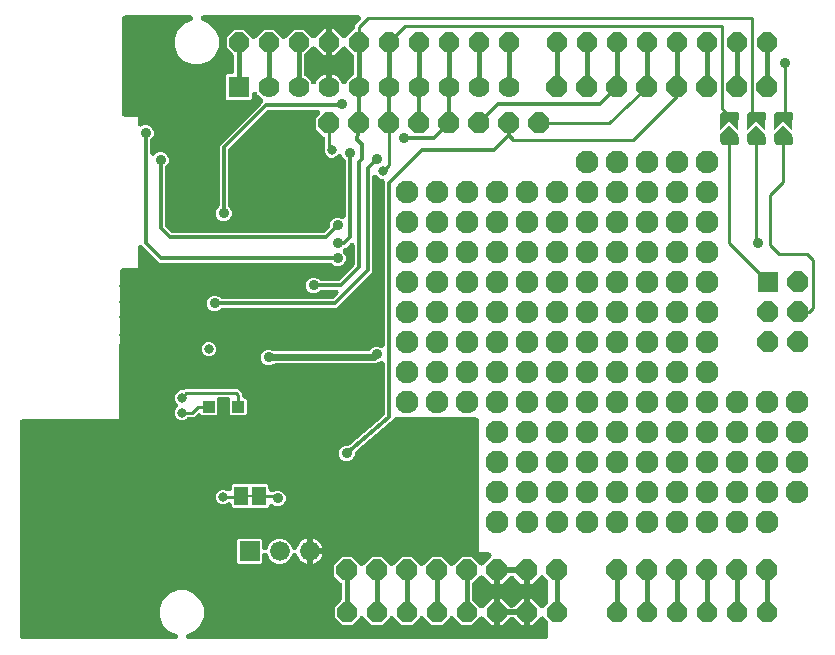
<source format=gbr>
G04 EAGLE Gerber RS-274X export*
G75*
%MOMM*%
%FSLAX34Y34*%
%LPD*%
%INBottom Copper*%
%IPPOS*%
%AMOC8*
5,1,8,0,0,1.08239X$1,22.5*%
G01*
%ADD10R,1.168400X1.600200*%
%ADD11R,0.635000X0.203200*%
%ADD12R,1.000000X1.000000*%
%ADD13R,1.676400X1.676400*%
%ADD14C,1.676400*%
%ADD15P,1.814519X8X22.500000*%
%ADD16P,1.924489X8X22.500000*%
%ADD17R,1.778000X1.778000*%
%ADD18C,1.778000*%
%ADD19P,1.924489X8X112.500000*%
%ADD20P,1.924489X8X292.500000*%
%ADD21C,0.381000*%
%ADD22C,0.806400*%
%ADD23C,0.250000*%
%ADD24C,0.906400*%
%ADD25C,0.304800*%
%ADD26C,0.406400*%
%ADD27C,0.254000*%
%ADD28C,0.800100*%
%ADD29C,0.609600*%
%ADD30C,1.930400*%

G36*
X134053Y2557D02*
X134053Y2557D01*
X134233Y2567D01*
X134275Y2577D01*
X134318Y2581D01*
X134492Y2629D01*
X134667Y2670D01*
X134707Y2688D01*
X134749Y2699D01*
X134912Y2777D01*
X135076Y2849D01*
X135112Y2873D01*
X135152Y2892D01*
X135298Y2998D01*
X135447Y3098D01*
X135478Y3129D01*
X135514Y3154D01*
X135638Y3284D01*
X135768Y3410D01*
X135793Y3445D01*
X135823Y3476D01*
X135923Y3626D01*
X136028Y3773D01*
X136046Y3812D01*
X136070Y3848D01*
X136142Y4014D01*
X136219Y4177D01*
X136230Y4219D01*
X136247Y4259D01*
X136288Y4433D01*
X136335Y4608D01*
X136339Y4651D01*
X136348Y4694D01*
X136357Y4873D01*
X136373Y5053D01*
X136368Y5096D01*
X136371Y5140D01*
X136347Y5318D01*
X136330Y5498D01*
X136319Y5540D01*
X136313Y5583D01*
X136258Y5755D01*
X136210Y5928D01*
X136191Y5967D01*
X136177Y6008D01*
X136093Y6167D01*
X136014Y6329D01*
X135989Y6365D01*
X135968Y6403D01*
X135857Y6545D01*
X135751Y6690D01*
X135719Y6720D01*
X135692Y6754D01*
X135557Y6874D01*
X135427Y6998D01*
X135390Y7022D01*
X135358Y7051D01*
X135204Y7144D01*
X135053Y7243D01*
X134999Y7269D01*
X134976Y7283D01*
X134941Y7296D01*
X134830Y7349D01*
X129198Y9682D01*
X123982Y14898D01*
X121159Y21712D01*
X121159Y29088D01*
X123982Y35902D01*
X129198Y41118D01*
X136012Y43941D01*
X143388Y43941D01*
X150202Y41118D01*
X155418Y35902D01*
X158241Y29088D01*
X158241Y21712D01*
X155418Y14898D01*
X150202Y9682D01*
X144570Y7349D01*
X144411Y7266D01*
X144248Y7188D01*
X144213Y7162D01*
X144174Y7142D01*
X144032Y7031D01*
X143886Y6926D01*
X143856Y6894D01*
X143822Y6868D01*
X143702Y6733D01*
X143577Y6604D01*
X143553Y6567D01*
X143524Y6535D01*
X143429Y6381D01*
X143330Y6232D01*
X143312Y6192D01*
X143290Y6154D01*
X143224Y5987D01*
X143153Y5821D01*
X143143Y5779D01*
X143127Y5738D01*
X143092Y5561D01*
X143052Y5386D01*
X143049Y5343D01*
X143041Y5300D01*
X143038Y5120D01*
X143029Y4940D01*
X143035Y4897D01*
X143034Y4853D01*
X143064Y4676D01*
X143087Y4497D01*
X143100Y4456D01*
X143107Y4413D01*
X143168Y4243D01*
X143223Y4072D01*
X143243Y4033D01*
X143258Y3992D01*
X143348Y3836D01*
X143432Y3677D01*
X143459Y3643D01*
X143480Y3605D01*
X143597Y3467D01*
X143708Y3326D01*
X143741Y3297D01*
X143769Y3264D01*
X143907Y3149D01*
X144042Y3029D01*
X144079Y3007D01*
X144113Y2979D01*
X144270Y2891D01*
X144424Y2797D01*
X144464Y2782D01*
X144502Y2760D01*
X144672Y2701D01*
X144841Y2637D01*
X144883Y2629D01*
X144925Y2614D01*
X145103Y2587D01*
X145279Y2553D01*
X145339Y2550D01*
X145366Y2546D01*
X145404Y2547D01*
X145527Y2541D01*
X446990Y2541D01*
X447040Y2545D01*
X447090Y2543D01*
X447262Y2565D01*
X447435Y2581D01*
X447483Y2594D01*
X447533Y2600D01*
X447698Y2653D01*
X447866Y2699D01*
X447911Y2721D01*
X447958Y2736D01*
X448112Y2817D01*
X448268Y2892D01*
X448309Y2922D01*
X448353Y2945D01*
X448490Y3052D01*
X448630Y3154D01*
X448665Y3190D01*
X448704Y3221D01*
X448820Y3351D01*
X448940Y3476D01*
X448967Y3518D01*
X449001Y3556D01*
X449091Y3704D01*
X449187Y3848D01*
X449207Y3894D01*
X449233Y3937D01*
X449295Y4099D01*
X449364Y4259D01*
X449375Y4307D01*
X449393Y4354D01*
X449426Y4525D01*
X449465Y4694D01*
X449468Y4744D01*
X449477Y4793D01*
X449489Y5040D01*
X449489Y17347D01*
X449473Y17533D01*
X449461Y17719D01*
X449453Y17755D01*
X449449Y17792D01*
X449400Y17972D01*
X449356Y18153D01*
X449341Y18187D01*
X449331Y18223D01*
X449250Y18391D01*
X449174Y18561D01*
X449154Y18592D01*
X449138Y18625D01*
X449028Y18776D01*
X448923Y18931D01*
X448889Y18968D01*
X448876Y18987D01*
X448849Y19013D01*
X448757Y19114D01*
X446626Y21245D01*
X446588Y21277D01*
X446554Y21314D01*
X446417Y21420D01*
X446284Y21531D01*
X446240Y21556D01*
X446200Y21587D01*
X446046Y21666D01*
X445895Y21752D01*
X445848Y21769D01*
X445804Y21792D01*
X445638Y21843D01*
X445474Y21900D01*
X445424Y21908D01*
X445377Y21923D01*
X445205Y21943D01*
X445033Y21971D01*
X444983Y21970D01*
X444933Y21976D01*
X444760Y21965D01*
X444586Y21962D01*
X444537Y21952D01*
X444487Y21949D01*
X444318Y21908D01*
X444148Y21874D01*
X444102Y21855D01*
X444053Y21843D01*
X443895Y21773D01*
X443733Y21709D01*
X443691Y21682D01*
X443645Y21662D01*
X443501Y21564D01*
X443354Y21473D01*
X443317Y21439D01*
X443275Y21411D01*
X443092Y21245D01*
X436324Y14477D01*
X434299Y14477D01*
X434299Y25400D01*
X434299Y36323D01*
X436324Y36323D01*
X443092Y29555D01*
X443130Y29523D01*
X443164Y29486D01*
X443302Y29380D01*
X443435Y29269D01*
X443478Y29244D01*
X443518Y29213D01*
X443672Y29134D01*
X443823Y29048D01*
X443870Y29031D01*
X443915Y29008D01*
X444080Y28958D01*
X444245Y28900D01*
X444294Y28892D01*
X444342Y28877D01*
X444514Y28857D01*
X444686Y28829D01*
X444736Y28830D01*
X444785Y28824D01*
X444959Y28835D01*
X445132Y28838D01*
X445181Y28848D01*
X445231Y28851D01*
X445400Y28892D01*
X445570Y28926D01*
X445617Y28945D01*
X445665Y28957D01*
X445824Y29027D01*
X445985Y29091D01*
X446028Y29118D01*
X446074Y29138D01*
X446217Y29236D01*
X446364Y29327D01*
X446402Y29361D01*
X446443Y29389D01*
X446626Y29555D01*
X448757Y31686D01*
X448877Y31829D01*
X449001Y31969D01*
X449020Y32000D01*
X449044Y32029D01*
X449136Y32191D01*
X449233Y32350D01*
X449246Y32385D01*
X449264Y32417D01*
X449326Y32593D01*
X449393Y32767D01*
X449400Y32804D01*
X449413Y32838D01*
X449442Y33023D01*
X449477Y33206D01*
X449480Y33256D01*
X449483Y33280D01*
X449482Y33316D01*
X449489Y33453D01*
X449489Y52188D01*
X449473Y52374D01*
X449461Y52561D01*
X449453Y52596D01*
X449449Y52633D01*
X449400Y52814D01*
X449356Y52995D01*
X449341Y53028D01*
X449331Y53064D01*
X449250Y53233D01*
X449174Y53403D01*
X449154Y53433D01*
X449138Y53467D01*
X449028Y53618D01*
X448923Y53772D01*
X448889Y53810D01*
X448876Y53829D01*
X448849Y53854D01*
X448757Y53956D01*
X446626Y56087D01*
X446588Y56119D01*
X446554Y56156D01*
X446417Y56262D01*
X446284Y56373D01*
X446240Y56398D01*
X446200Y56428D01*
X446046Y56508D01*
X445895Y56594D01*
X445848Y56610D01*
X445804Y56633D01*
X445638Y56684D01*
X445474Y56742D01*
X445424Y56750D01*
X445377Y56764D01*
X445205Y56785D01*
X445033Y56812D01*
X444983Y56811D01*
X444933Y56817D01*
X444760Y56807D01*
X444586Y56804D01*
X444537Y56794D01*
X444487Y56791D01*
X444318Y56750D01*
X444148Y56715D01*
X444102Y56697D01*
X444053Y56685D01*
X443895Y56615D01*
X443733Y56550D01*
X443691Y56524D01*
X443645Y56504D01*
X443501Y56406D01*
X443354Y56314D01*
X443317Y56281D01*
X443275Y56253D01*
X443092Y56087D01*
X436535Y49529D01*
X434339Y49529D01*
X434339Y60920D01*
X434335Y60970D01*
X434337Y61020D01*
X434315Y61191D01*
X434299Y61365D01*
X434286Y61413D01*
X434280Y61463D01*
X434227Y61628D01*
X434181Y61795D01*
X434159Y61841D01*
X434144Y61888D01*
X434063Y62041D01*
X433988Y62198D01*
X433958Y62239D01*
X433935Y62283D01*
X433828Y62419D01*
X433726Y62560D01*
X433690Y62595D01*
X433659Y62634D01*
X433602Y62684D01*
X433578Y62714D01*
X433448Y62830D01*
X433323Y62950D01*
X433282Y62977D01*
X433244Y63011D01*
X433096Y63101D01*
X432951Y63197D01*
X432905Y63217D01*
X432863Y63243D01*
X432701Y63305D01*
X432541Y63374D01*
X432493Y63385D01*
X432446Y63403D01*
X432275Y63436D01*
X432106Y63475D01*
X432056Y63478D01*
X432007Y63487D01*
X431760Y63499D01*
X406440Y63499D01*
X406390Y63495D01*
X406340Y63497D01*
X406169Y63475D01*
X405995Y63459D01*
X405947Y63446D01*
X405897Y63440D01*
X405732Y63387D01*
X405565Y63341D01*
X405519Y63319D01*
X405472Y63304D01*
X405319Y63223D01*
X405162Y63148D01*
X405121Y63118D01*
X405077Y63095D01*
X404941Y62988D01*
X404800Y62886D01*
X404765Y62850D01*
X404726Y62819D01*
X404676Y62762D01*
X404646Y62738D01*
X404530Y62608D01*
X404410Y62483D01*
X404383Y62442D01*
X404349Y62404D01*
X404259Y62256D01*
X404163Y62111D01*
X404143Y62065D01*
X404117Y62023D01*
X404055Y61861D01*
X403986Y61701D01*
X403975Y61653D01*
X403957Y61606D01*
X403924Y61435D01*
X403885Y61266D01*
X403882Y61216D01*
X403873Y61167D01*
X403861Y60920D01*
X403861Y49529D01*
X401665Y49529D01*
X395108Y56086D01*
X395070Y56119D01*
X395036Y56156D01*
X394898Y56262D01*
X394765Y56373D01*
X394722Y56398D01*
X394682Y56428D01*
X394528Y56508D01*
X394377Y56594D01*
X394330Y56610D01*
X394285Y56633D01*
X394120Y56684D01*
X393955Y56742D01*
X393906Y56750D01*
X393858Y56764D01*
X393686Y56785D01*
X393514Y56812D01*
X393464Y56811D01*
X393415Y56817D01*
X393241Y56807D01*
X393068Y56804D01*
X393019Y56794D01*
X392969Y56791D01*
X392800Y56750D01*
X392630Y56715D01*
X392583Y56697D01*
X392535Y56685D01*
X392376Y56615D01*
X392215Y56550D01*
X392172Y56524D01*
X392126Y56504D01*
X391983Y56406D01*
X391836Y56314D01*
X391798Y56281D01*
X391757Y56253D01*
X391574Y56087D01*
X385797Y50310D01*
X385677Y50167D01*
X385553Y50027D01*
X385534Y49995D01*
X385510Y49967D01*
X385418Y49805D01*
X385321Y49645D01*
X385308Y49611D01*
X385290Y49579D01*
X385228Y49402D01*
X385161Y49228D01*
X385154Y49192D01*
X385141Y49157D01*
X385112Y48973D01*
X385077Y48790D01*
X385074Y48739D01*
X385071Y48716D01*
X385072Y48679D01*
X385065Y48542D01*
X385065Y37099D01*
X385081Y36913D01*
X385093Y36727D01*
X385101Y36691D01*
X385105Y36654D01*
X385154Y36474D01*
X385198Y36293D01*
X385213Y36259D01*
X385223Y36224D01*
X385304Y36055D01*
X385380Y35885D01*
X385400Y35854D01*
X385416Y35821D01*
X385526Y35670D01*
X385631Y35515D01*
X385665Y35478D01*
X385678Y35459D01*
X385705Y35433D01*
X385797Y35332D01*
X391574Y29555D01*
X391612Y29523D01*
X391646Y29486D01*
X391783Y29380D01*
X391916Y29269D01*
X391960Y29244D01*
X392000Y29213D01*
X392154Y29134D01*
X392305Y29048D01*
X392352Y29031D01*
X392396Y29008D01*
X392562Y28958D01*
X392726Y28900D01*
X392776Y28892D01*
X392823Y28877D01*
X392995Y28857D01*
X393167Y28829D01*
X393217Y28830D01*
X393267Y28824D01*
X393440Y28835D01*
X393614Y28838D01*
X393663Y28848D01*
X393713Y28851D01*
X393882Y28892D01*
X394052Y28926D01*
X394098Y28945D01*
X394147Y28957D01*
X394305Y29027D01*
X394467Y29091D01*
X394509Y29118D01*
X394555Y29138D01*
X394699Y29235D01*
X394846Y29327D01*
X394883Y29361D01*
X394925Y29389D01*
X395108Y29555D01*
X401876Y36323D01*
X403901Y36323D01*
X403901Y25400D01*
X403901Y14477D01*
X401876Y14477D01*
X395108Y21245D01*
X395070Y21277D01*
X395036Y21314D01*
X394898Y21420D01*
X394765Y21531D01*
X394722Y21556D01*
X394682Y21587D01*
X394528Y21666D01*
X394377Y21752D01*
X394330Y21769D01*
X394285Y21792D01*
X394120Y21842D01*
X393955Y21900D01*
X393906Y21908D01*
X393858Y21923D01*
X393686Y21943D01*
X393514Y21971D01*
X393464Y21970D01*
X393415Y21976D01*
X393241Y21965D01*
X393068Y21962D01*
X393019Y21952D01*
X392969Y21949D01*
X392800Y21908D01*
X392630Y21874D01*
X392583Y21855D01*
X392535Y21843D01*
X392376Y21773D01*
X392215Y21709D01*
X392172Y21682D01*
X392126Y21662D01*
X391983Y21565D01*
X391836Y21473D01*
X391798Y21439D01*
X391757Y21411D01*
X391574Y21245D01*
X385314Y14985D01*
X376686Y14985D01*
X370067Y21604D01*
X370029Y21636D01*
X369995Y21673D01*
X369857Y21779D01*
X369724Y21890D01*
X369681Y21915D01*
X369641Y21946D01*
X369487Y22026D01*
X369336Y22111D01*
X369289Y22128D01*
X369244Y22151D01*
X369079Y22202D01*
X368915Y22259D01*
X368865Y22267D01*
X368817Y22282D01*
X368645Y22303D01*
X368474Y22330D01*
X368424Y22329D01*
X368374Y22335D01*
X368200Y22325D01*
X368027Y22321D01*
X367978Y22311D01*
X367928Y22308D01*
X367759Y22267D01*
X367589Y22233D01*
X367543Y22214D01*
X367494Y22203D01*
X367335Y22132D01*
X367174Y22068D01*
X367131Y22042D01*
X367086Y22021D01*
X366942Y21924D01*
X366795Y21832D01*
X366758Y21798D01*
X366716Y21770D01*
X366533Y21604D01*
X359914Y14985D01*
X351286Y14985D01*
X344667Y21604D01*
X344629Y21636D01*
X344595Y21673D01*
X344457Y21779D01*
X344324Y21890D01*
X344281Y21915D01*
X344241Y21946D01*
X344087Y22026D01*
X343936Y22111D01*
X343889Y22128D01*
X343844Y22151D01*
X343679Y22202D01*
X343515Y22259D01*
X343465Y22267D01*
X343417Y22282D01*
X343245Y22303D01*
X343074Y22330D01*
X343024Y22329D01*
X342974Y22335D01*
X342800Y22325D01*
X342627Y22321D01*
X342578Y22311D01*
X342528Y22308D01*
X342359Y22267D01*
X342189Y22233D01*
X342143Y22214D01*
X342094Y22203D01*
X341935Y22132D01*
X341774Y22068D01*
X341731Y22042D01*
X341686Y22021D01*
X341542Y21924D01*
X341395Y21832D01*
X341358Y21798D01*
X341316Y21770D01*
X341133Y21604D01*
X334514Y14985D01*
X325886Y14985D01*
X319267Y21604D01*
X319229Y21636D01*
X319195Y21673D01*
X319057Y21779D01*
X318924Y21890D01*
X318881Y21915D01*
X318841Y21946D01*
X318687Y22026D01*
X318536Y22111D01*
X318489Y22128D01*
X318444Y22151D01*
X318279Y22202D01*
X318115Y22259D01*
X318065Y22267D01*
X318017Y22282D01*
X317845Y22303D01*
X317674Y22330D01*
X317624Y22329D01*
X317574Y22335D01*
X317400Y22325D01*
X317227Y22321D01*
X317178Y22311D01*
X317128Y22308D01*
X316959Y22267D01*
X316789Y22233D01*
X316743Y22214D01*
X316694Y22203D01*
X316535Y22132D01*
X316374Y22068D01*
X316331Y22042D01*
X316286Y22021D01*
X316142Y21924D01*
X315995Y21832D01*
X315958Y21798D01*
X315916Y21770D01*
X315733Y21604D01*
X309114Y14985D01*
X300486Y14985D01*
X293867Y21604D01*
X293829Y21636D01*
X293795Y21673D01*
X293657Y21779D01*
X293524Y21890D01*
X293481Y21915D01*
X293441Y21946D01*
X293287Y22026D01*
X293136Y22111D01*
X293089Y22128D01*
X293044Y22151D01*
X292879Y22202D01*
X292715Y22259D01*
X292665Y22267D01*
X292617Y22282D01*
X292445Y22303D01*
X292274Y22330D01*
X292224Y22329D01*
X292174Y22335D01*
X292000Y22325D01*
X291827Y22321D01*
X291778Y22311D01*
X291728Y22308D01*
X291559Y22267D01*
X291389Y22233D01*
X291343Y22214D01*
X291294Y22203D01*
X291135Y22132D01*
X290974Y22068D01*
X290931Y22042D01*
X290886Y22021D01*
X290742Y21924D01*
X290595Y21832D01*
X290558Y21798D01*
X290516Y21770D01*
X290333Y21604D01*
X283714Y14985D01*
X275086Y14985D01*
X268985Y21086D01*
X268985Y29714D01*
X274603Y35332D01*
X274723Y35475D01*
X274847Y35615D01*
X274866Y35646D01*
X274890Y35675D01*
X274982Y35837D01*
X275079Y35996D01*
X275092Y36031D01*
X275110Y36063D01*
X275172Y36239D01*
X275239Y36413D01*
X275246Y36450D01*
X275259Y36484D01*
X275288Y36669D01*
X275323Y36852D01*
X275326Y36902D01*
X275329Y36926D01*
X275328Y36963D01*
X275335Y37099D01*
X275335Y48542D01*
X275319Y48728D01*
X275307Y48914D01*
X275299Y48950D01*
X275295Y48987D01*
X275246Y49168D01*
X275202Y49348D01*
X275187Y49382D01*
X275177Y49418D01*
X275096Y49587D01*
X275020Y49757D01*
X275000Y49787D01*
X274984Y49821D01*
X274874Y49972D01*
X274769Y50126D01*
X274735Y50164D01*
X274722Y50183D01*
X274695Y50208D01*
X274603Y50310D01*
X268477Y56436D01*
X268477Y65484D01*
X274876Y71883D01*
X283924Y71883D01*
X290333Y65474D01*
X290371Y65442D01*
X290405Y65405D01*
X290542Y65299D01*
X290676Y65188D01*
X290719Y65163D01*
X290759Y65133D01*
X290913Y65053D01*
X291064Y64967D01*
X291111Y64951D01*
X291156Y64928D01*
X291321Y64877D01*
X291485Y64819D01*
X291535Y64811D01*
X291583Y64796D01*
X291755Y64776D01*
X291926Y64748D01*
X291977Y64749D01*
X292026Y64743D01*
X292200Y64754D01*
X292373Y64757D01*
X292422Y64767D01*
X292472Y64770D01*
X292641Y64811D01*
X292811Y64846D01*
X292857Y64864D01*
X292906Y64876D01*
X293065Y64946D01*
X293226Y65010D01*
X293269Y65037D01*
X293314Y65057D01*
X293458Y65155D01*
X293605Y65246D01*
X293642Y65280D01*
X293684Y65308D01*
X293867Y65474D01*
X300276Y71883D01*
X309324Y71883D01*
X315733Y65474D01*
X315771Y65442D01*
X315805Y65405D01*
X315942Y65299D01*
X316076Y65188D01*
X316119Y65163D01*
X316159Y65133D01*
X316313Y65053D01*
X316464Y64967D01*
X316511Y64951D01*
X316556Y64928D01*
X316721Y64877D01*
X316885Y64819D01*
X316935Y64811D01*
X316983Y64796D01*
X317155Y64776D01*
X317326Y64748D01*
X317377Y64749D01*
X317426Y64743D01*
X317600Y64754D01*
X317773Y64757D01*
X317822Y64767D01*
X317872Y64770D01*
X318041Y64811D01*
X318211Y64846D01*
X318257Y64864D01*
X318306Y64876D01*
X318465Y64946D01*
X318626Y65010D01*
X318669Y65037D01*
X318714Y65057D01*
X318858Y65155D01*
X319005Y65246D01*
X319042Y65280D01*
X319084Y65308D01*
X319267Y65474D01*
X325676Y71883D01*
X334724Y71883D01*
X341133Y65474D01*
X341171Y65442D01*
X341205Y65405D01*
X341342Y65299D01*
X341476Y65188D01*
X341519Y65163D01*
X341559Y65133D01*
X341713Y65053D01*
X341864Y64967D01*
X341911Y64951D01*
X341956Y64928D01*
X342121Y64877D01*
X342285Y64819D01*
X342335Y64811D01*
X342383Y64796D01*
X342555Y64776D01*
X342726Y64748D01*
X342777Y64749D01*
X342826Y64743D01*
X343000Y64754D01*
X343173Y64757D01*
X343222Y64767D01*
X343272Y64770D01*
X343441Y64811D01*
X343611Y64846D01*
X343657Y64864D01*
X343706Y64876D01*
X343865Y64946D01*
X344026Y65010D01*
X344069Y65037D01*
X344114Y65057D01*
X344258Y65155D01*
X344405Y65246D01*
X344442Y65280D01*
X344484Y65308D01*
X344667Y65474D01*
X351076Y71883D01*
X360124Y71883D01*
X366533Y65474D01*
X366571Y65442D01*
X366605Y65405D01*
X366742Y65299D01*
X366876Y65188D01*
X366919Y65163D01*
X366959Y65133D01*
X367113Y65053D01*
X367264Y64967D01*
X367311Y64951D01*
X367356Y64928D01*
X367521Y64877D01*
X367685Y64819D01*
X367735Y64811D01*
X367783Y64796D01*
X367955Y64776D01*
X368126Y64748D01*
X368177Y64749D01*
X368226Y64743D01*
X368400Y64754D01*
X368573Y64757D01*
X368622Y64767D01*
X368672Y64770D01*
X368841Y64811D01*
X369011Y64846D01*
X369057Y64864D01*
X369106Y64876D01*
X369265Y64946D01*
X369426Y65010D01*
X369469Y65037D01*
X369514Y65057D01*
X369658Y65155D01*
X369805Y65246D01*
X369842Y65280D01*
X369884Y65308D01*
X370067Y65474D01*
X376476Y71883D01*
X385524Y71883D01*
X391574Y65833D01*
X391612Y65801D01*
X391646Y65764D01*
X391783Y65658D01*
X391916Y65547D01*
X391960Y65522D01*
X392000Y65492D01*
X392154Y65412D01*
X392305Y65326D01*
X392352Y65310D01*
X392396Y65287D01*
X392562Y65236D01*
X392726Y65178D01*
X392776Y65170D01*
X392823Y65156D01*
X392995Y65135D01*
X393167Y65108D01*
X393217Y65109D01*
X393267Y65103D01*
X393440Y65113D01*
X393614Y65116D01*
X393663Y65126D01*
X393713Y65129D01*
X393882Y65170D01*
X394052Y65205D01*
X394098Y65223D01*
X394147Y65235D01*
X394305Y65305D01*
X394467Y65370D01*
X394509Y65396D01*
X394555Y65416D01*
X394699Y65514D01*
X394846Y65606D01*
X394883Y65639D01*
X394925Y65667D01*
X395108Y65834D01*
X401167Y71893D01*
X401255Y71998D01*
X401350Y72096D01*
X401398Y72169D01*
X401454Y72236D01*
X401521Y72355D01*
X401597Y72468D01*
X401631Y72548D01*
X401674Y72624D01*
X401720Y72753D01*
X401774Y72879D01*
X401794Y72963D01*
X401823Y73045D01*
X401844Y73181D01*
X401875Y73314D01*
X401879Y73400D01*
X401893Y73486D01*
X401891Y73623D01*
X401897Y73760D01*
X401886Y73846D01*
X401884Y73933D01*
X401857Y74067D01*
X401840Y74203D01*
X401813Y74286D01*
X401796Y74371D01*
X401746Y74498D01*
X401704Y74628D01*
X401663Y74705D01*
X401631Y74786D01*
X401559Y74902D01*
X401495Y75023D01*
X401441Y75092D01*
X401395Y75165D01*
X401303Y75267D01*
X401219Y75374D01*
X401154Y75432D01*
X401095Y75496D01*
X400987Y75580D01*
X400885Y75671D01*
X400810Y75716D01*
X400741Y75769D01*
X400620Y75832D01*
X400503Y75903D01*
X400422Y75934D01*
X400344Y75974D01*
X400214Y76014D01*
X400086Y76063D01*
X400000Y76080D01*
X399917Y76105D01*
X399782Y76121D01*
X399647Y76147D01*
X399511Y76154D01*
X399474Y76158D01*
X399450Y76157D01*
X399400Y76159D01*
X391119Y76159D01*
X391119Y187960D01*
X391115Y188010D01*
X391117Y188060D01*
X391095Y188232D01*
X391079Y188405D01*
X391066Y188453D01*
X391060Y188503D01*
X391007Y188668D01*
X390961Y188836D01*
X390939Y188881D01*
X390924Y188928D01*
X390843Y189082D01*
X390768Y189238D01*
X390738Y189279D01*
X390715Y189323D01*
X390608Y189460D01*
X390506Y189600D01*
X390470Y189635D01*
X390439Y189674D01*
X390309Y189790D01*
X390184Y189910D01*
X390142Y189937D01*
X390104Y189971D01*
X389956Y190061D01*
X389812Y190157D01*
X389766Y190177D01*
X389723Y190203D01*
X389561Y190265D01*
X389401Y190334D01*
X389353Y190345D01*
X389306Y190363D01*
X389135Y190396D01*
X388966Y190435D01*
X388916Y190438D01*
X388867Y190447D01*
X388620Y190459D01*
X320984Y190459D01*
X320798Y190443D01*
X320612Y190431D01*
X320577Y190423D01*
X320540Y190419D01*
X320359Y190370D01*
X320178Y190326D01*
X320145Y190311D01*
X320109Y190301D01*
X319940Y190220D01*
X319770Y190144D01*
X319740Y190124D01*
X319706Y190108D01*
X319555Y189998D01*
X319401Y189893D01*
X319363Y189859D01*
X319344Y189846D01*
X319319Y189819D01*
X319217Y189727D01*
X319059Y189569D01*
X319001Y189499D01*
X318935Y189436D01*
X318858Y189328D01*
X318773Y189226D01*
X318728Y189147D01*
X318675Y189073D01*
X318618Y188953D01*
X318614Y188948D01*
X317451Y187951D01*
X317427Y187926D01*
X317310Y187820D01*
X316232Y186742D01*
X316157Y186715D01*
X316042Y186649D01*
X315922Y186592D01*
X315848Y186538D01*
X315769Y186493D01*
X315574Y186342D01*
X286837Y161710D01*
X286796Y161668D01*
X286750Y161632D01*
X286640Y161508D01*
X286526Y161391D01*
X286493Y161342D01*
X286453Y161297D01*
X286368Y161157D01*
X286276Y161020D01*
X286252Y160966D01*
X286221Y160916D01*
X286162Y160762D01*
X286096Y160612D01*
X286082Y160554D01*
X286061Y160499D01*
X286030Y160337D01*
X285991Y160177D01*
X285988Y160118D01*
X285977Y160060D01*
X285965Y159813D01*
X285965Y158714D01*
X284965Y156301D01*
X283119Y154455D01*
X280706Y153455D01*
X278094Y153455D01*
X275681Y154455D01*
X273835Y156301D01*
X272835Y158714D01*
X272835Y161326D01*
X273835Y163739D01*
X275681Y165585D01*
X278094Y166585D01*
X280669Y166585D01*
X280760Y166593D01*
X280850Y166591D01*
X280981Y166613D01*
X281114Y166625D01*
X281202Y166649D01*
X281291Y166663D01*
X281416Y166708D01*
X281545Y166743D01*
X281627Y166782D01*
X281712Y166813D01*
X281827Y166879D01*
X281947Y166936D01*
X282021Y166990D01*
X282100Y167035D01*
X282296Y167186D01*
X310531Y191388D01*
X310572Y191430D01*
X310618Y191467D01*
X310728Y191590D01*
X310842Y191708D01*
X310875Y191757D01*
X310915Y191801D01*
X311000Y191941D01*
X311092Y192078D01*
X311116Y192132D01*
X311147Y192183D01*
X311206Y192336D01*
X311272Y192487D01*
X311286Y192544D01*
X311307Y192599D01*
X311338Y192761D01*
X311377Y192921D01*
X311380Y192980D01*
X311391Y193038D01*
X311403Y193285D01*
X311403Y235729D01*
X311395Y235822D01*
X311396Y235916D01*
X311375Y236044D01*
X311363Y236174D01*
X311339Y236264D01*
X311323Y236356D01*
X311279Y236479D01*
X311245Y236605D01*
X311204Y236689D01*
X311173Y236777D01*
X311108Y236890D01*
X311052Y237008D01*
X310997Y237083D01*
X310950Y237164D01*
X310866Y237264D01*
X310790Y237369D01*
X310722Y237434D01*
X310662Y237506D01*
X310562Y237589D01*
X310468Y237679D01*
X310390Y237731D01*
X310318Y237790D01*
X310204Y237854D01*
X310096Y237926D01*
X310010Y237963D01*
X309928Y238009D01*
X309805Y238052D01*
X309685Y238103D01*
X309595Y238124D01*
X309506Y238155D01*
X309377Y238175D01*
X309250Y238204D01*
X309157Y238209D01*
X309065Y238223D01*
X308934Y238220D01*
X308804Y238226D01*
X308712Y238214D01*
X308618Y238212D01*
X308490Y238186D01*
X308361Y238169D01*
X308272Y238140D01*
X308181Y238121D01*
X307948Y238038D01*
X306068Y237260D01*
X306031Y237259D01*
X305953Y237243D01*
X305872Y237235D01*
X305734Y237197D01*
X305594Y237168D01*
X305478Y237127D01*
X305442Y237117D01*
X305417Y237105D01*
X305361Y237085D01*
X303271Y236219D01*
X218598Y236219D01*
X218412Y236203D01*
X218226Y236191D01*
X218190Y236183D01*
X218154Y236179D01*
X217973Y236130D01*
X217792Y236086D01*
X217759Y236071D01*
X217723Y236061D01*
X217554Y235980D01*
X217384Y235904D01*
X217353Y235884D01*
X217320Y235868D01*
X217214Y235791D01*
X214666Y234735D01*
X212054Y234735D01*
X209641Y235735D01*
X207795Y237581D01*
X206795Y239994D01*
X206795Y242606D01*
X207795Y245019D01*
X209641Y246865D01*
X212054Y247865D01*
X214666Y247865D01*
X217178Y246824D01*
X217336Y246734D01*
X217496Y246637D01*
X217530Y246624D01*
X217562Y246606D01*
X217738Y246544D01*
X217912Y246477D01*
X217949Y246470D01*
X217984Y246457D01*
X218168Y246428D01*
X218351Y246393D01*
X218402Y246390D01*
X218425Y246387D01*
X218462Y246388D01*
X218598Y246381D01*
X297077Y246381D01*
X297084Y246381D01*
X297090Y246381D01*
X297304Y246401D01*
X297522Y246421D01*
X297528Y246422D01*
X297535Y246423D01*
X297740Y246481D01*
X297952Y246539D01*
X297959Y246542D01*
X297965Y246544D01*
X298157Y246637D01*
X298355Y246732D01*
X298361Y246736D01*
X298367Y246739D01*
X298541Y246867D01*
X298717Y246994D01*
X298722Y246999D01*
X298727Y247003D01*
X298877Y247161D01*
X299027Y247316D01*
X299030Y247322D01*
X299035Y247327D01*
X299096Y247420D01*
X301081Y249405D01*
X303494Y250405D01*
X306106Y250405D01*
X307948Y249642D01*
X308037Y249614D01*
X308123Y249577D01*
X308249Y249547D01*
X308374Y249508D01*
X308467Y249497D01*
X308558Y249476D01*
X308688Y249469D01*
X308817Y249453D01*
X308911Y249458D01*
X309004Y249454D01*
X309133Y249470D01*
X309263Y249478D01*
X309354Y249499D01*
X309447Y249511D01*
X309571Y249551D01*
X309698Y249581D01*
X309783Y249618D01*
X309872Y249647D01*
X309988Y249708D01*
X310107Y249760D01*
X310184Y249812D01*
X310267Y249856D01*
X310370Y249937D01*
X310478Y250009D01*
X310545Y250074D01*
X310618Y250132D01*
X310705Y250230D01*
X310798Y250320D01*
X310853Y250396D01*
X310915Y250466D01*
X310982Y250578D01*
X311058Y250684D01*
X311098Y250768D01*
X311147Y250848D01*
X311194Y250970D01*
X311249Y251087D01*
X311274Y251177D01*
X311307Y251265D01*
X311332Y251393D01*
X311366Y251519D01*
X311373Y251612D01*
X311391Y251704D01*
X311403Y251951D01*
X311403Y390248D01*
X311399Y390297D01*
X311401Y390347D01*
X311379Y390519D01*
X311363Y390692D01*
X311350Y390741D01*
X311344Y390790D01*
X311291Y390955D01*
X311245Y391123D01*
X311223Y391168D01*
X311208Y391216D01*
X311127Y391369D01*
X311052Y391526D01*
X311022Y391566D01*
X310999Y391611D01*
X310892Y391747D01*
X310790Y391888D01*
X310754Y391922D01*
X310723Y391962D01*
X310593Y392077D01*
X310468Y392197D01*
X310426Y392225D01*
X310388Y392258D01*
X310240Y392348D01*
X310096Y392444D01*
X310050Y392464D01*
X310007Y392490D01*
X309845Y392553D01*
X309685Y392621D01*
X309637Y392633D01*
X309590Y392651D01*
X309419Y392683D01*
X309250Y392723D01*
X309200Y392725D01*
X309151Y392735D01*
X308904Y392747D01*
X308680Y392747D01*
X306462Y393665D01*
X305003Y395125D01*
X304898Y395212D01*
X304800Y395307D01*
X304727Y395355D01*
X304660Y395411D01*
X304541Y395479D01*
X304428Y395554D01*
X304348Y395589D01*
X304272Y395632D01*
X304143Y395677D01*
X304017Y395731D01*
X303933Y395751D01*
X303851Y395780D01*
X303715Y395802D01*
X303582Y395832D01*
X303496Y395837D01*
X303410Y395851D01*
X303273Y395848D01*
X303136Y395855D01*
X303050Y395843D01*
X302963Y395842D01*
X302829Y395815D01*
X302693Y395797D01*
X302610Y395770D01*
X302525Y395753D01*
X302398Y395703D01*
X302268Y395661D01*
X302191Y395621D01*
X302110Y395588D01*
X301994Y395516D01*
X301873Y395452D01*
X301805Y395398D01*
X301731Y395352D01*
X301629Y395261D01*
X301522Y395176D01*
X301464Y395111D01*
X301400Y395053D01*
X301316Y394944D01*
X301225Y394842D01*
X301180Y394767D01*
X301127Y394699D01*
X301064Y394577D01*
X300993Y394460D01*
X300962Y394379D01*
X300922Y394302D01*
X300882Y394171D01*
X300833Y394043D01*
X300816Y393958D01*
X300791Y393875D01*
X300775Y393739D01*
X300749Y393604D01*
X300742Y393468D01*
X300738Y393431D01*
X300739Y393408D01*
X300737Y393357D01*
X300737Y313487D01*
X297922Y310672D01*
X297921Y310671D01*
X270713Y283463D01*
X174402Y283463D01*
X174216Y283447D01*
X174030Y283435D01*
X173994Y283427D01*
X173958Y283423D01*
X173777Y283374D01*
X173596Y283330D01*
X173563Y283315D01*
X173527Y283305D01*
X173358Y283224D01*
X173188Y283148D01*
X173157Y283128D01*
X173124Y283112D01*
X172973Y283002D01*
X172819Y282897D01*
X172781Y282863D01*
X172762Y282850D01*
X172737Y282823D01*
X172635Y282731D01*
X171359Y281455D01*
X168946Y280455D01*
X166334Y280455D01*
X163921Y281455D01*
X162075Y283301D01*
X161075Y285714D01*
X161075Y288326D01*
X162075Y290739D01*
X163921Y292585D01*
X166334Y293585D01*
X168946Y293585D01*
X171359Y292585D01*
X172635Y291309D01*
X172778Y291189D01*
X172918Y291065D01*
X172950Y291046D01*
X172978Y291022D01*
X173140Y290930D01*
X173300Y290833D01*
X173334Y290820D01*
X173366Y290802D01*
X173542Y290740D01*
X173716Y290673D01*
X173753Y290666D01*
X173788Y290653D01*
X173972Y290624D01*
X174155Y290589D01*
X174206Y290586D01*
X174229Y290583D01*
X174266Y290584D01*
X174402Y290577D01*
X266732Y290577D01*
X266918Y290593D01*
X267104Y290605D01*
X267139Y290613D01*
X267176Y290617D01*
X267356Y290666D01*
X267538Y290710D01*
X267571Y290725D01*
X267607Y290735D01*
X267775Y290816D01*
X267946Y290892D01*
X267976Y290912D01*
X268010Y290928D01*
X268161Y291038D01*
X268315Y291143D01*
X268353Y291177D01*
X268372Y291190D01*
X268397Y291217D01*
X268499Y291309D01*
X271627Y294437D01*
X271714Y294542D01*
X271809Y294640D01*
X271857Y294713D01*
X271913Y294780D01*
X271981Y294898D01*
X272057Y295012D01*
X272091Y295092D01*
X272134Y295168D01*
X272179Y295297D01*
X272234Y295423D01*
X272253Y295507D01*
X272282Y295589D01*
X272304Y295725D01*
X272335Y295858D01*
X272339Y295944D01*
X272353Y296030D01*
X272350Y296167D01*
X272357Y296304D01*
X272346Y296390D01*
X272344Y296477D01*
X272317Y296611D01*
X272299Y296747D01*
X272273Y296830D01*
X272256Y296915D01*
X272205Y297042D01*
X272164Y297172D01*
X272123Y297249D01*
X272091Y297330D01*
X272018Y297446D01*
X271954Y297567D01*
X271901Y297635D01*
X271855Y297709D01*
X271763Y297811D01*
X271678Y297918D01*
X271613Y297976D01*
X271555Y298040D01*
X271446Y298124D01*
X271344Y298215D01*
X271270Y298260D01*
X271201Y298313D01*
X271079Y298376D01*
X270962Y298447D01*
X270881Y298478D01*
X270804Y298518D01*
X270673Y298558D01*
X270546Y298607D01*
X270460Y298624D01*
X270377Y298649D01*
X270241Y298665D01*
X270107Y298691D01*
X269970Y298698D01*
X269933Y298702D01*
X269910Y298701D01*
X269860Y298703D01*
X258222Y298703D01*
X258036Y298687D01*
X257850Y298675D01*
X257814Y298667D01*
X257778Y298663D01*
X257597Y298614D01*
X257416Y298570D01*
X257383Y298555D01*
X257347Y298545D01*
X257178Y298464D01*
X257008Y298388D01*
X256977Y298368D01*
X256944Y298352D01*
X256793Y298242D01*
X256639Y298137D01*
X256601Y298103D01*
X256582Y298090D01*
X256557Y298063D01*
X256455Y297971D01*
X255179Y296695D01*
X252766Y295695D01*
X250154Y295695D01*
X247741Y296695D01*
X245895Y298541D01*
X244895Y300954D01*
X244895Y303566D01*
X245895Y305979D01*
X247741Y307825D01*
X250154Y308825D01*
X252766Y308825D01*
X255179Y307825D01*
X256455Y306549D01*
X256598Y306429D01*
X256738Y306305D01*
X256770Y306286D01*
X256798Y306262D01*
X256960Y306170D01*
X257120Y306073D01*
X257154Y306060D01*
X257186Y306042D01*
X257362Y305980D01*
X257536Y305913D01*
X257573Y305906D01*
X257608Y305893D01*
X257792Y305864D01*
X257975Y305829D01*
X258026Y305826D01*
X258049Y305823D01*
X258086Y305824D01*
X258222Y305817D01*
X271812Y305817D01*
X271998Y305833D01*
X272184Y305845D01*
X272219Y305853D01*
X272256Y305857D01*
X272437Y305906D01*
X272618Y305950D01*
X272651Y305965D01*
X272687Y305975D01*
X272856Y306056D01*
X273026Y306132D01*
X273056Y306152D01*
X273090Y306168D01*
X273241Y306278D01*
X273395Y306383D01*
X273433Y306417D01*
X273452Y306430D01*
X273477Y306457D01*
X273579Y306549D01*
X285271Y318241D01*
X285376Y318366D01*
X285391Y318382D01*
X285397Y318391D01*
X285515Y318524D01*
X285534Y318556D01*
X285558Y318584D01*
X285650Y318746D01*
X285747Y318906D01*
X285760Y318940D01*
X285778Y318972D01*
X285840Y319148D01*
X285907Y319323D01*
X285914Y319359D01*
X285927Y319394D01*
X285956Y319578D01*
X285991Y319761D01*
X285994Y319812D01*
X285997Y319835D01*
X285996Y319872D01*
X286003Y320008D01*
X286003Y335900D01*
X285991Y336036D01*
X285988Y336173D01*
X285971Y336258D01*
X285963Y336344D01*
X285927Y336477D01*
X285900Y336611D01*
X285868Y336691D01*
X285845Y336775D01*
X285786Y336899D01*
X285735Y337026D01*
X285689Y337099D01*
X285652Y337178D01*
X285571Y337289D01*
X285499Y337405D01*
X285441Y337469D01*
X285390Y337540D01*
X285291Y337635D01*
X285199Y337736D01*
X285130Y337789D01*
X285068Y337849D01*
X284954Y337925D01*
X284845Y338008D01*
X284768Y338048D01*
X284696Y338097D01*
X284570Y338151D01*
X284448Y338214D01*
X284365Y338239D01*
X284285Y338274D01*
X284152Y338304D01*
X284021Y338345D01*
X283935Y338355D01*
X283850Y338375D01*
X283714Y338381D01*
X283578Y338398D01*
X283491Y338393D01*
X283404Y338397D01*
X283269Y338379D01*
X283132Y338371D01*
X283047Y338350D01*
X282961Y338339D01*
X282831Y338298D01*
X282698Y338265D01*
X282619Y338230D01*
X282536Y338204D01*
X282415Y338139D01*
X282290Y338084D01*
X282218Y338035D01*
X282141Y337994D01*
X282033Y337910D01*
X281920Y337833D01*
X281819Y337741D01*
X281790Y337718D01*
X281774Y337701D01*
X281737Y337667D01*
X278314Y334244D01*
X278170Y334235D01*
X278134Y334227D01*
X278098Y334223D01*
X277917Y334174D01*
X277736Y334130D01*
X277703Y334115D01*
X277667Y334105D01*
X277498Y334024D01*
X277328Y333948D01*
X277297Y333928D01*
X277264Y333912D01*
X277113Y333802D01*
X276959Y333697D01*
X276921Y333663D01*
X276902Y333650D01*
X276877Y333623D01*
X276775Y333531D01*
X276481Y333237D01*
X276449Y333199D01*
X276412Y333165D01*
X276306Y333028D01*
X276195Y332894D01*
X276170Y332851D01*
X276140Y332811D01*
X276060Y332657D01*
X275974Y332506D01*
X275957Y332459D01*
X275934Y332414D01*
X275883Y332248D01*
X275826Y332085D01*
X275818Y332035D01*
X275803Y331987D01*
X275783Y331815D01*
X275755Y331644D01*
X275756Y331594D01*
X275750Y331544D01*
X275761Y331370D01*
X275764Y331197D01*
X275774Y331148D01*
X275777Y331098D01*
X275818Y330929D01*
X275852Y330759D01*
X275871Y330713D01*
X275883Y330664D01*
X275953Y330505D01*
X276017Y330344D01*
X276044Y330301D01*
X276064Y330256D01*
X276162Y330112D01*
X276253Y329965D01*
X276287Y329928D01*
X276315Y329886D01*
X276481Y329703D01*
X277345Y328839D01*
X278345Y326426D01*
X278345Y323814D01*
X277345Y321401D01*
X275499Y319555D01*
X273086Y318555D01*
X270474Y318555D01*
X268061Y319555D01*
X266785Y320831D01*
X266642Y320951D01*
X266502Y321075D01*
X266470Y321094D01*
X266442Y321118D01*
X266280Y321210D01*
X266120Y321307D01*
X266086Y321320D01*
X266054Y321338D01*
X265878Y321400D01*
X265704Y321467D01*
X265667Y321474D01*
X265632Y321487D01*
X265448Y321516D01*
X265265Y321551D01*
X265214Y321554D01*
X265191Y321557D01*
X265154Y321556D01*
X265018Y321563D01*
X120447Y321563D01*
X106502Y335508D01*
X106397Y335596D01*
X106299Y335690D01*
X106226Y335738D01*
X106159Y335794D01*
X106041Y335862D01*
X105927Y335938D01*
X105847Y335972D01*
X105771Y336015D01*
X105642Y336060D01*
X105516Y336115D01*
X105432Y336134D01*
X105350Y336163D01*
X105214Y336185D01*
X105081Y336216D01*
X104995Y336220D01*
X104909Y336234D01*
X104772Y336231D01*
X104635Y336238D01*
X104549Y336227D01*
X104462Y336225D01*
X104328Y336198D01*
X104192Y336180D01*
X104109Y336154D01*
X104024Y336137D01*
X103897Y336086D01*
X103767Y336045D01*
X103690Y336004D01*
X103609Y335972D01*
X103493Y335899D01*
X103372Y335835D01*
X103304Y335782D01*
X103230Y335736D01*
X103128Y335644D01*
X103021Y335559D01*
X102963Y335494D01*
X102899Y335436D01*
X102815Y335327D01*
X102724Y335225D01*
X102679Y335151D01*
X102626Y335082D01*
X102563Y334960D01*
X102492Y334843D01*
X102461Y334762D01*
X102421Y334685D01*
X102381Y334554D01*
X102332Y334427D01*
X102315Y334341D01*
X102290Y334258D01*
X102274Y334122D01*
X102248Y333988D01*
X102241Y333851D01*
X102237Y333814D01*
X102238Y333791D01*
X102236Y333741D01*
X102236Y317237D01*
X101863Y316864D01*
X90141Y316864D01*
X90100Y316861D01*
X90059Y316863D01*
X89878Y316841D01*
X89696Y316824D01*
X89656Y316813D01*
X89616Y316808D01*
X89441Y316754D01*
X89265Y316706D01*
X89228Y316688D01*
X89189Y316676D01*
X89027Y316592D01*
X88862Y316513D01*
X88829Y316489D01*
X88793Y316470D01*
X88649Y316358D01*
X88500Y316251D01*
X88472Y316221D01*
X88440Y316196D01*
X88317Y316060D01*
X88191Y315929D01*
X88168Y315894D01*
X88141Y315864D01*
X88045Y315709D01*
X87944Y315557D01*
X87928Y315519D01*
X87906Y315484D01*
X87839Y315314D01*
X87767Y315146D01*
X87757Y315107D01*
X87742Y315068D01*
X87707Y314889D01*
X87666Y314711D01*
X87664Y314670D01*
X87656Y314630D01*
X87641Y314383D01*
X86729Y188959D01*
X5040Y188959D01*
X4990Y188955D01*
X4940Y188957D01*
X4768Y188935D01*
X4595Y188919D01*
X4547Y188906D01*
X4497Y188900D01*
X4332Y188847D01*
X4164Y188801D01*
X4119Y188779D01*
X4072Y188764D01*
X3918Y188683D01*
X3762Y188608D01*
X3721Y188578D01*
X3677Y188555D01*
X3540Y188448D01*
X3400Y188346D01*
X3365Y188310D01*
X3326Y188279D01*
X3210Y188149D01*
X3090Y188024D01*
X3063Y187982D01*
X3029Y187944D01*
X2939Y187796D01*
X2843Y187652D01*
X2823Y187605D01*
X2797Y187563D01*
X2735Y187401D01*
X2666Y187241D01*
X2655Y187193D01*
X2637Y187146D01*
X2604Y186975D01*
X2565Y186806D01*
X2562Y186756D01*
X2553Y186707D01*
X2541Y186460D01*
X2541Y5040D01*
X2545Y4990D01*
X2543Y4940D01*
X2565Y4768D01*
X2581Y4595D01*
X2594Y4547D01*
X2600Y4497D01*
X2653Y4332D01*
X2699Y4164D01*
X2721Y4119D01*
X2736Y4072D01*
X2817Y3918D01*
X2892Y3762D01*
X2922Y3721D01*
X2945Y3677D01*
X3052Y3540D01*
X3154Y3400D01*
X3190Y3365D01*
X3221Y3326D01*
X3351Y3210D01*
X3476Y3090D01*
X3518Y3063D01*
X3556Y3029D01*
X3704Y2939D01*
X3848Y2843D01*
X3894Y2823D01*
X3937Y2797D01*
X4099Y2735D01*
X4259Y2666D01*
X4307Y2655D01*
X4354Y2637D01*
X4525Y2604D01*
X4694Y2565D01*
X4744Y2562D01*
X4793Y2553D01*
X5040Y2541D01*
X133873Y2541D01*
X134053Y2557D01*
G37*
G36*
X259298Y346473D02*
X259298Y346473D01*
X259484Y346485D01*
X259519Y346493D01*
X259556Y346497D01*
X259737Y346546D01*
X259918Y346590D01*
X259951Y346605D01*
X259987Y346615D01*
X260156Y346696D01*
X260326Y346772D01*
X260356Y346792D01*
X260390Y346808D01*
X260541Y346918D01*
X260695Y347023D01*
X260733Y347057D01*
X260752Y347070D01*
X260777Y347097D01*
X260879Y347189D01*
X264483Y350793D01*
X264603Y350936D01*
X264727Y351076D01*
X264746Y351108D01*
X264770Y351136D01*
X264862Y351298D01*
X264959Y351458D01*
X264972Y351492D01*
X264990Y351524D01*
X265052Y351700D01*
X265119Y351875D01*
X265126Y351911D01*
X265139Y351946D01*
X265168Y352130D01*
X265203Y352313D01*
X265206Y352364D01*
X265209Y352387D01*
X265208Y352424D01*
X265215Y352560D01*
X265215Y354366D01*
X266215Y356779D01*
X268061Y358625D01*
X270474Y359625D01*
X273086Y359625D01*
X274928Y358862D01*
X275017Y358834D01*
X275103Y358797D01*
X275229Y358767D01*
X275354Y358728D01*
X275447Y358717D01*
X275538Y358696D01*
X275668Y358689D01*
X275797Y358673D01*
X275891Y358678D01*
X275984Y358674D01*
X276113Y358690D01*
X276243Y358698D01*
X276334Y358719D01*
X276427Y358731D01*
X276551Y358771D01*
X276678Y358801D01*
X276763Y358838D01*
X276852Y358867D01*
X276968Y358928D01*
X277087Y358980D01*
X277164Y359032D01*
X277247Y359076D01*
X277350Y359157D01*
X277458Y359229D01*
X277525Y359294D01*
X277598Y359352D01*
X277685Y359450D01*
X277778Y359540D01*
X277833Y359616D01*
X277895Y359686D01*
X277962Y359798D01*
X278038Y359904D01*
X278078Y359988D01*
X278127Y360068D01*
X278174Y360190D01*
X278229Y360307D01*
X278254Y360397D01*
X278287Y360485D01*
X278312Y360613D01*
X278346Y360739D01*
X278353Y360832D01*
X278371Y360924D01*
X278383Y361171D01*
X278383Y407258D01*
X278367Y407444D01*
X278355Y407630D01*
X278347Y407666D01*
X278343Y407702D01*
X278294Y407883D01*
X278250Y408064D01*
X278235Y408097D01*
X278225Y408133D01*
X278144Y408302D01*
X278068Y408472D01*
X278048Y408503D01*
X278032Y408536D01*
X277922Y408687D01*
X277817Y408841D01*
X277783Y408879D01*
X277770Y408898D01*
X277743Y408923D01*
X277651Y409025D01*
X276375Y410301D01*
X275638Y412079D01*
X275595Y412162D01*
X275561Y412249D01*
X275492Y412359D01*
X275431Y412475D01*
X275374Y412549D01*
X275324Y412628D01*
X275237Y412724D01*
X275157Y412827D01*
X275087Y412890D01*
X275025Y412959D01*
X274921Y413038D01*
X274824Y413126D01*
X274745Y413175D01*
X274671Y413232D01*
X274555Y413291D01*
X274444Y413360D01*
X274357Y413394D01*
X274274Y413437D01*
X274149Y413475D01*
X274028Y413522D01*
X273936Y413540D01*
X273847Y413568D01*
X273717Y413583D01*
X273589Y413608D01*
X273496Y413610D01*
X273403Y413621D01*
X273273Y413613D01*
X273143Y413615D01*
X273051Y413600D01*
X272957Y413594D01*
X272831Y413563D01*
X272702Y413542D01*
X272614Y413510D01*
X272523Y413488D01*
X272404Y413436D01*
X272281Y413392D01*
X272200Y413345D01*
X272115Y413307D01*
X272007Y413234D01*
X271894Y413169D01*
X271823Y413109D01*
X271746Y413056D01*
X271562Y412890D01*
X270118Y411445D01*
X267900Y410527D01*
X265500Y410527D01*
X263282Y411445D01*
X261585Y413142D01*
X260667Y415360D01*
X260667Y417760D01*
X260667Y417761D01*
X260710Y417897D01*
X260761Y418031D01*
X260776Y418110D01*
X260800Y418187D01*
X260818Y418329D01*
X260845Y418470D01*
X260851Y418593D01*
X260856Y418630D01*
X260854Y418657D01*
X260857Y418717D01*
X260857Y426240D01*
X260841Y426426D01*
X260829Y426612D01*
X260821Y426648D01*
X260817Y426685D01*
X260768Y426866D01*
X260724Y427046D01*
X260709Y427080D01*
X260699Y427116D01*
X260618Y427285D01*
X260542Y427455D01*
X260522Y427485D01*
X260506Y427519D01*
X260396Y427670D01*
X260291Y427824D01*
X260257Y427862D01*
X260244Y427881D01*
X260217Y427906D01*
X260125Y428008D01*
X253237Y434896D01*
X253237Y443944D01*
X256130Y446837D01*
X256217Y446942D01*
X256312Y447040D01*
X256360Y447113D01*
X256416Y447180D01*
X256484Y447298D01*
X256559Y447412D01*
X256594Y447492D01*
X256637Y447568D01*
X256682Y447697D01*
X256736Y447823D01*
X256756Y447907D01*
X256785Y447989D01*
X256807Y448125D01*
X256838Y448258D01*
X256842Y448344D01*
X256856Y448430D01*
X256853Y448567D01*
X256860Y448704D01*
X256849Y448790D01*
X256847Y448877D01*
X256820Y449011D01*
X256802Y449147D01*
X256776Y449230D01*
X256759Y449315D01*
X256708Y449442D01*
X256667Y449572D01*
X256626Y449649D01*
X256594Y449730D01*
X256521Y449846D01*
X256457Y449967D01*
X256404Y450035D01*
X256358Y450109D01*
X256266Y450211D01*
X256181Y450318D01*
X256116Y450376D01*
X256058Y450440D01*
X255949Y450524D01*
X255847Y450615D01*
X255773Y450660D01*
X255704Y450713D01*
X255582Y450776D01*
X255465Y450847D01*
X255384Y450878D01*
X255307Y450918D01*
X255176Y450958D01*
X255048Y451007D01*
X254963Y451024D01*
X254880Y451049D01*
X254744Y451065D01*
X254610Y451091D01*
X254473Y451098D01*
X254436Y451102D01*
X254413Y451101D01*
X254363Y451103D01*
X213328Y451103D01*
X213142Y451087D01*
X212956Y451075D01*
X212921Y451067D01*
X212884Y451063D01*
X212703Y451014D01*
X212522Y450970D01*
X212489Y450955D01*
X212453Y450945D01*
X212284Y450864D01*
X212114Y450788D01*
X212084Y450768D01*
X212050Y450752D01*
X211899Y450642D01*
X211745Y450537D01*
X211707Y450503D01*
X211688Y450490D01*
X211663Y450463D01*
X211561Y450371D01*
X179549Y418359D01*
X179429Y418216D01*
X179305Y418076D01*
X179286Y418044D01*
X179262Y418016D01*
X179170Y417854D01*
X179073Y417694D01*
X179060Y417660D01*
X179042Y417628D01*
X178980Y417452D01*
X178913Y417277D01*
X178906Y417241D01*
X178893Y417206D01*
X178864Y417022D01*
X178829Y416839D01*
X178826Y416788D01*
X178823Y416765D01*
X178824Y416728D01*
X178817Y416592D01*
X178817Y369982D01*
X178833Y369796D01*
X178845Y369610D01*
X178853Y369574D01*
X178857Y369538D01*
X178906Y369357D01*
X178950Y369176D01*
X178965Y369143D01*
X178975Y369107D01*
X179056Y368938D01*
X179132Y368768D01*
X179152Y368737D01*
X179168Y368704D01*
X179278Y368553D01*
X179383Y368399D01*
X179417Y368361D01*
X179430Y368342D01*
X179457Y368317D01*
X179549Y368215D01*
X180825Y366939D01*
X181825Y364526D01*
X181825Y361914D01*
X180825Y359501D01*
X178979Y357655D01*
X176566Y356655D01*
X173954Y356655D01*
X171541Y357655D01*
X169695Y359501D01*
X168695Y361914D01*
X168695Y364526D01*
X169695Y366939D01*
X170971Y368215D01*
X171073Y368337D01*
X171102Y368367D01*
X171112Y368382D01*
X171215Y368498D01*
X171234Y368530D01*
X171258Y368558D01*
X171350Y368720D01*
X171447Y368880D01*
X171460Y368914D01*
X171478Y368946D01*
X171540Y369122D01*
X171607Y369296D01*
X171614Y369333D01*
X171627Y369368D01*
X171656Y369552D01*
X171691Y369735D01*
X171694Y369786D01*
X171697Y369809D01*
X171696Y369846D01*
X171703Y369982D01*
X171703Y420573D01*
X206531Y455401D01*
X207779Y456649D01*
X207839Y456720D01*
X207906Y456786D01*
X207982Y456892D01*
X208065Y456992D01*
X208111Y457073D01*
X208166Y457149D01*
X208222Y457267D01*
X208286Y457380D01*
X208317Y457468D01*
X208357Y457553D01*
X208391Y457679D01*
X208434Y457801D01*
X208449Y457894D01*
X208473Y457984D01*
X208484Y458114D01*
X208505Y458242D01*
X208503Y458336D01*
X208511Y458429D01*
X208498Y458559D01*
X208496Y458689D01*
X208477Y458781D01*
X208469Y458874D01*
X208433Y458999D01*
X208408Y459127D01*
X208373Y459214D01*
X208348Y459304D01*
X208291Y459421D01*
X208243Y459542D01*
X208193Y459621D01*
X208152Y459706D01*
X208075Y459811D01*
X208007Y459921D01*
X207944Y459991D01*
X207889Y460066D01*
X207794Y460156D01*
X207707Y460252D01*
X207633Y460309D01*
X207565Y460374D01*
X207456Y460445D01*
X207353Y460525D01*
X207270Y460568D01*
X207198Y460615D01*
X204100Y463713D01*
X203691Y464701D01*
X203608Y464860D01*
X203530Y465023D01*
X203504Y465058D01*
X203484Y465096D01*
X203374Y465238D01*
X203268Y465384D01*
X203236Y465415D01*
X203210Y465449D01*
X203076Y465569D01*
X202946Y465694D01*
X202909Y465718D01*
X202877Y465747D01*
X202723Y465842D01*
X202574Y465941D01*
X202534Y465958D01*
X202497Y465981D01*
X202328Y466047D01*
X202163Y466118D01*
X202121Y466128D01*
X202080Y466144D01*
X201903Y466179D01*
X201728Y466219D01*
X201685Y466221D01*
X201642Y466230D01*
X201462Y466233D01*
X201282Y466241D01*
X201239Y466236D01*
X201195Y466236D01*
X201018Y466207D01*
X200839Y466184D01*
X200798Y466171D01*
X200755Y466163D01*
X200585Y466103D01*
X200414Y466048D01*
X200375Y466028D01*
X200334Y466013D01*
X200178Y465924D01*
X200019Y465839D01*
X199985Y465812D01*
X199947Y465790D01*
X199809Y465674D01*
X199668Y465563D01*
X199639Y465530D01*
X199606Y465502D01*
X199491Y465363D01*
X199371Y465229D01*
X199349Y465192D01*
X199321Y465158D01*
X199233Y465001D01*
X199139Y464847D01*
X199124Y464807D01*
X199102Y464768D01*
X199043Y464598D01*
X198979Y464430D01*
X198971Y464387D01*
X198956Y464346D01*
X198929Y464168D01*
X198895Y463991D01*
X198892Y463931D01*
X198888Y463905D01*
X198889Y463867D01*
X198883Y463744D01*
X198883Y460168D01*
X197692Y458977D01*
X178228Y458977D01*
X177037Y460168D01*
X177037Y479632D01*
X178228Y480823D01*
X181396Y480823D01*
X181446Y480827D01*
X181496Y480825D01*
X181668Y480847D01*
X181841Y480863D01*
X181889Y480876D01*
X181939Y480882D01*
X182104Y480935D01*
X182272Y480981D01*
X182317Y481003D01*
X182364Y481018D01*
X182518Y481099D01*
X182674Y481174D01*
X182715Y481204D01*
X182759Y481227D01*
X182896Y481334D01*
X183036Y481436D01*
X183071Y481472D01*
X183110Y481503D01*
X183226Y481633D01*
X183346Y481758D01*
X183373Y481800D01*
X183407Y481838D01*
X183497Y481986D01*
X183593Y482130D01*
X183613Y482176D01*
X183639Y482219D01*
X183701Y482381D01*
X183770Y482541D01*
X183781Y482589D01*
X183799Y482636D01*
X183832Y482807D01*
X183871Y482976D01*
X183874Y483026D01*
X183883Y483075D01*
X183895Y483322D01*
X183895Y496301D01*
X183879Y496487D01*
X183867Y496673D01*
X183859Y496709D01*
X183855Y496746D01*
X183806Y496926D01*
X183762Y497107D01*
X183747Y497141D01*
X183737Y497176D01*
X183656Y497345D01*
X183580Y497515D01*
X183560Y497546D01*
X183544Y497579D01*
X183434Y497730D01*
X183329Y497885D01*
X183295Y497922D01*
X183282Y497941D01*
X183255Y497967D01*
X183163Y498068D01*
X177545Y503686D01*
X177545Y512314D01*
X183646Y518415D01*
X192274Y518415D01*
X198893Y511796D01*
X198931Y511764D01*
X198965Y511727D01*
X199102Y511621D01*
X199236Y511510D01*
X199279Y511485D01*
X199319Y511454D01*
X199473Y511374D01*
X199624Y511289D01*
X199671Y511272D01*
X199716Y511249D01*
X199881Y511198D01*
X200045Y511141D01*
X200095Y511133D01*
X200143Y511118D01*
X200315Y511097D01*
X200486Y511070D01*
X200537Y511071D01*
X200586Y511065D01*
X200760Y511075D01*
X200933Y511079D01*
X200982Y511089D01*
X201032Y511092D01*
X201201Y511133D01*
X201371Y511167D01*
X201417Y511186D01*
X201466Y511197D01*
X201625Y511268D01*
X201786Y511332D01*
X201829Y511358D01*
X201874Y511379D01*
X202018Y511476D01*
X202165Y511568D01*
X202202Y511602D01*
X202244Y511630D01*
X202427Y511796D01*
X209046Y518415D01*
X217674Y518415D01*
X224293Y511796D01*
X224331Y511764D01*
X224365Y511727D01*
X224502Y511621D01*
X224636Y511510D01*
X224679Y511485D01*
X224719Y511454D01*
X224873Y511374D01*
X225024Y511289D01*
X225071Y511272D01*
X225116Y511249D01*
X225281Y511198D01*
X225445Y511141D01*
X225495Y511133D01*
X225543Y511118D01*
X225715Y511097D01*
X225886Y511070D01*
X225937Y511071D01*
X225986Y511065D01*
X226160Y511075D01*
X226333Y511079D01*
X226382Y511089D01*
X226432Y511092D01*
X226601Y511133D01*
X226771Y511167D01*
X226817Y511186D01*
X226866Y511197D01*
X227025Y511268D01*
X227186Y511332D01*
X227229Y511358D01*
X227274Y511379D01*
X227418Y511476D01*
X227565Y511568D01*
X227602Y511602D01*
X227644Y511630D01*
X227827Y511796D01*
X234446Y518415D01*
X243074Y518415D01*
X249334Y512155D01*
X249372Y512123D01*
X249406Y512086D01*
X249543Y511980D01*
X249676Y511869D01*
X249720Y511844D01*
X249760Y511813D01*
X249914Y511734D01*
X250065Y511648D01*
X250112Y511631D01*
X250156Y511608D01*
X250322Y511558D01*
X250486Y511500D01*
X250536Y511492D01*
X250583Y511477D01*
X250755Y511457D01*
X250927Y511429D01*
X250977Y511430D01*
X251027Y511424D01*
X251200Y511435D01*
X251374Y511438D01*
X251423Y511448D01*
X251473Y511451D01*
X251642Y511492D01*
X251812Y511526D01*
X251858Y511545D01*
X251907Y511557D01*
X252065Y511627D01*
X252227Y511691D01*
X252269Y511718D01*
X252315Y511738D01*
X252459Y511835D01*
X252606Y511927D01*
X252643Y511961D01*
X252685Y511989D01*
X252868Y512155D01*
X259636Y518923D01*
X261661Y518923D01*
X261661Y508000D01*
X261661Y497077D01*
X259636Y497077D01*
X252868Y503845D01*
X252830Y503877D01*
X252796Y503914D01*
X252658Y504020D01*
X252525Y504131D01*
X252482Y504156D01*
X252442Y504187D01*
X252288Y504266D01*
X252137Y504352D01*
X252090Y504369D01*
X252045Y504392D01*
X251880Y504442D01*
X251715Y504500D01*
X251666Y504508D01*
X251618Y504523D01*
X251446Y504543D01*
X251274Y504571D01*
X251224Y504570D01*
X251175Y504576D01*
X251001Y504565D01*
X250828Y504562D01*
X250779Y504552D01*
X250729Y504549D01*
X250560Y504508D01*
X250390Y504474D01*
X250343Y504455D01*
X250295Y504443D01*
X250136Y504373D01*
X249975Y504309D01*
X249932Y504282D01*
X249886Y504262D01*
X249743Y504164D01*
X249596Y504073D01*
X249558Y504039D01*
X249517Y504011D01*
X249334Y503845D01*
X243557Y498068D01*
X243437Y497925D01*
X243313Y497785D01*
X243294Y497754D01*
X243270Y497725D01*
X243178Y497563D01*
X243081Y497404D01*
X243068Y497369D01*
X243050Y497337D01*
X242988Y497161D01*
X242921Y496987D01*
X242914Y496950D01*
X242901Y496916D01*
X242872Y496731D01*
X242837Y496548D01*
X242834Y496498D01*
X242831Y496474D01*
X242832Y496438D01*
X242825Y496301D01*
X242825Y481709D01*
X242825Y481702D01*
X242825Y481696D01*
X242845Y481482D01*
X242865Y481264D01*
X242866Y481258D01*
X242867Y481251D01*
X242926Y481043D01*
X242983Y480833D01*
X242986Y480827D01*
X242988Y480821D01*
X243082Y480628D01*
X243176Y480431D01*
X243180Y480425D01*
X243183Y480419D01*
X243312Y480243D01*
X243438Y480069D01*
X243443Y480064D01*
X243447Y480059D01*
X243609Y479905D01*
X243760Y479759D01*
X243766Y479756D01*
X243771Y479751D01*
X243953Y479631D01*
X244132Y479512D01*
X244138Y479509D01*
X244144Y479506D01*
X244368Y479400D01*
X244947Y479160D01*
X248020Y476087D01*
X248863Y474050D01*
X248869Y474041D01*
X248872Y474030D01*
X248973Y473841D01*
X249071Y473655D01*
X249078Y473646D01*
X249083Y473636D01*
X249215Y473469D01*
X249345Y473302D01*
X249353Y473295D01*
X249360Y473286D01*
X249520Y473145D01*
X249678Y473004D01*
X249687Y472998D01*
X249696Y472991D01*
X249877Y472881D01*
X250058Y472770D01*
X250069Y472766D01*
X250078Y472760D01*
X250276Y472684D01*
X250474Y472607D01*
X250485Y472605D01*
X250496Y472601D01*
X250705Y472562D01*
X250912Y472521D01*
X250924Y472521D01*
X250935Y472519D01*
X251147Y472518D01*
X251359Y472515D01*
X251370Y472516D01*
X251382Y472516D01*
X251590Y472553D01*
X251800Y472588D01*
X251811Y472591D01*
X251822Y472593D01*
X252019Y472666D01*
X252220Y472738D01*
X252230Y472744D01*
X252241Y472748D01*
X252424Y472855D01*
X252608Y472961D01*
X252616Y472968D01*
X252626Y472974D01*
X252787Y473112D01*
X252949Y473249D01*
X252956Y473258D01*
X252965Y473265D01*
X253098Y473429D01*
X253233Y473593D01*
X253239Y473603D01*
X253246Y473612D01*
X253348Y473797D01*
X253452Y473983D01*
X253456Y473993D01*
X253461Y474003D01*
X253549Y474235D01*
X253567Y474288D01*
X254384Y475891D01*
X255441Y477347D01*
X256713Y478619D01*
X258169Y479676D01*
X259772Y480493D01*
X261483Y481049D01*
X261661Y481077D01*
X261661Y469900D01*
X261665Y469850D01*
X261663Y469801D01*
X261685Y469629D01*
X261700Y469455D01*
X261714Y469407D01*
X261720Y469358D01*
X261773Y469192D01*
X261819Y469025D01*
X261841Y468980D01*
X261856Y468932D01*
X261937Y468779D01*
X262012Y468622D01*
X262042Y468581D01*
X262065Y468537D01*
X262172Y468401D01*
X262274Y468260D01*
X262310Y468225D01*
X262341Y468186D01*
X262471Y468071D01*
X262596Y467951D01*
X262638Y467923D01*
X262675Y467890D01*
X262824Y467800D01*
X262968Y467703D01*
X263014Y467684D01*
X263057Y467658D01*
X263219Y467595D01*
X263378Y467526D01*
X263427Y467515D01*
X263474Y467497D01*
X263645Y467464D01*
X263813Y467425D01*
X263863Y467423D01*
X263913Y467413D01*
X264160Y467401D01*
X264210Y467406D01*
X264260Y467403D01*
X264432Y467425D01*
X264605Y467441D01*
X264653Y467454D01*
X264703Y467461D01*
X264868Y467513D01*
X265036Y467559D01*
X265081Y467581D01*
X265129Y467596D01*
X265282Y467677D01*
X265438Y467753D01*
X265479Y467782D01*
X265523Y467806D01*
X265660Y467913D01*
X265800Y468015D01*
X265835Y468051D01*
X265874Y468082D01*
X265990Y468212D01*
X266110Y468337D01*
X266138Y468378D01*
X266171Y468416D01*
X266261Y468564D01*
X266357Y468709D01*
X266377Y468755D01*
X266403Y468797D01*
X266465Y468960D01*
X266534Y469119D01*
X266545Y469167D01*
X266563Y469214D01*
X266596Y469385D01*
X266635Y469554D01*
X266638Y469604D01*
X266647Y469653D01*
X266659Y469900D01*
X266659Y481077D01*
X266837Y481049D01*
X268548Y480493D01*
X270151Y479676D01*
X271607Y478619D01*
X272879Y477347D01*
X273936Y475891D01*
X274753Y474288D01*
X274771Y474235D01*
X274775Y474224D01*
X274778Y474213D01*
X274862Y474021D01*
X274946Y473824D01*
X274952Y473814D01*
X274957Y473804D01*
X275075Y473629D01*
X275192Y473451D01*
X275200Y473443D01*
X275206Y473433D01*
X275353Y473281D01*
X275500Y473128D01*
X275509Y473121D01*
X275517Y473113D01*
X275690Y472989D01*
X275861Y472864D01*
X275871Y472859D01*
X275880Y472853D01*
X276072Y472762D01*
X276263Y472669D01*
X276274Y472666D01*
X276284Y472662D01*
X276490Y472606D01*
X276693Y472549D01*
X276704Y472548D01*
X276715Y472545D01*
X276928Y472527D01*
X277138Y472508D01*
X277149Y472509D01*
X277161Y472508D01*
X277372Y472528D01*
X277583Y472546D01*
X277594Y472549D01*
X277605Y472550D01*
X277808Y472607D01*
X278014Y472663D01*
X278024Y472668D01*
X278035Y472671D01*
X278226Y472763D01*
X278418Y472854D01*
X278427Y472861D01*
X278437Y472866D01*
X278609Y472992D01*
X278780Y473115D01*
X278788Y473123D01*
X278798Y473130D01*
X278945Y473284D01*
X279091Y473436D01*
X279097Y473445D01*
X279105Y473453D01*
X279222Y473631D01*
X279340Y473807D01*
X279344Y473817D01*
X279351Y473827D01*
X279457Y474050D01*
X280300Y476087D01*
X283373Y479160D01*
X283952Y479400D01*
X283958Y479403D01*
X283964Y479405D01*
X284157Y479507D01*
X284348Y479607D01*
X284353Y479611D01*
X284359Y479614D01*
X284531Y479749D01*
X284701Y479881D01*
X284705Y479886D01*
X284710Y479890D01*
X284853Y480051D01*
X284999Y480214D01*
X285002Y480220D01*
X285007Y480224D01*
X285118Y480407D01*
X285233Y480594D01*
X285235Y480601D01*
X285239Y480606D01*
X285317Y480809D01*
X285396Y481010D01*
X285397Y481017D01*
X285399Y481023D01*
X285440Y481236D01*
X285482Y481449D01*
X285482Y481455D01*
X285483Y481462D01*
X285495Y481709D01*
X285495Y496301D01*
X285479Y496487D01*
X285467Y496673D01*
X285459Y496709D01*
X285455Y496746D01*
X285406Y496926D01*
X285362Y497107D01*
X285347Y497141D01*
X285337Y497177D01*
X285256Y497345D01*
X285180Y497515D01*
X285160Y497546D01*
X285144Y497579D01*
X285034Y497730D01*
X284929Y497885D01*
X284895Y497922D01*
X284882Y497941D01*
X284855Y497967D01*
X284763Y498068D01*
X278986Y503845D01*
X278948Y503877D01*
X278914Y503914D01*
X278777Y504020D01*
X278644Y504131D01*
X278600Y504156D01*
X278560Y504187D01*
X278406Y504266D01*
X278255Y504352D01*
X278208Y504369D01*
X278164Y504392D01*
X277998Y504443D01*
X277834Y504500D01*
X277784Y504508D01*
X277737Y504523D01*
X277565Y504543D01*
X277393Y504571D01*
X277343Y504570D01*
X277293Y504576D01*
X277120Y504565D01*
X276946Y504562D01*
X276897Y504552D01*
X276847Y504549D01*
X276678Y504508D01*
X276508Y504474D01*
X276462Y504455D01*
X276413Y504443D01*
X276255Y504373D01*
X276093Y504309D01*
X276051Y504282D01*
X276005Y504262D01*
X275861Y504164D01*
X275714Y504073D01*
X275677Y504039D01*
X275635Y504011D01*
X275452Y503845D01*
X268684Y497077D01*
X266659Y497077D01*
X266659Y508000D01*
X266659Y518923D01*
X268684Y518923D01*
X275452Y512155D01*
X275490Y512123D01*
X275524Y512086D01*
X275662Y511980D01*
X275795Y511869D01*
X275838Y511844D01*
X275878Y511813D01*
X276032Y511734D01*
X276183Y511648D01*
X276230Y511631D01*
X276275Y511608D01*
X276440Y511558D01*
X276605Y511500D01*
X276654Y511492D01*
X276702Y511477D01*
X276874Y511457D01*
X277046Y511429D01*
X277096Y511430D01*
X277145Y511424D01*
X277319Y511435D01*
X277492Y511438D01*
X277541Y511448D01*
X277591Y511451D01*
X277760Y511492D01*
X277930Y511526D01*
X277977Y511545D01*
X278025Y511557D01*
X278184Y511627D01*
X278345Y511691D01*
X278388Y511718D01*
X278434Y511738D01*
X278577Y511836D01*
X278724Y511927D01*
X278762Y511961D01*
X278803Y511989D01*
X278986Y512155D01*
X285525Y518694D01*
X285645Y518837D01*
X285769Y518977D01*
X285788Y519008D01*
X285812Y519037D01*
X285904Y519199D01*
X286001Y519358D01*
X286014Y519393D01*
X286032Y519425D01*
X286094Y519601D01*
X286161Y519775D01*
X286168Y519812D01*
X286181Y519846D01*
X286210Y520031D01*
X286245Y520214D01*
X286248Y520264D01*
X286251Y520288D01*
X286250Y520324D01*
X286257Y520461D01*
X286257Y522068D01*
X290782Y526593D01*
X290870Y526698D01*
X290965Y526796D01*
X291013Y526869D01*
X291068Y526936D01*
X291136Y527054D01*
X291212Y527168D01*
X291246Y527248D01*
X291289Y527324D01*
X291335Y527453D01*
X291389Y527579D01*
X291408Y527663D01*
X291437Y527745D01*
X291459Y527881D01*
X291490Y528014D01*
X291494Y528100D01*
X291508Y528186D01*
X291505Y528323D01*
X291512Y528460D01*
X291501Y528546D01*
X291499Y528633D01*
X291472Y528767D01*
X291454Y528903D01*
X291428Y528986D01*
X291411Y529071D01*
X291360Y529198D01*
X291319Y529328D01*
X291278Y529405D01*
X291246Y529486D01*
X291174Y529602D01*
X291110Y529723D01*
X291056Y529791D01*
X291010Y529865D01*
X290918Y529967D01*
X290833Y530074D01*
X290768Y530132D01*
X290710Y530196D01*
X290602Y530280D01*
X290499Y530371D01*
X290425Y530416D01*
X290356Y530469D01*
X290235Y530532D01*
X290118Y530603D01*
X290036Y530634D01*
X289959Y530674D01*
X289829Y530714D01*
X289701Y530763D01*
X289615Y530780D01*
X289532Y530805D01*
X289397Y530821D01*
X289262Y530847D01*
X289125Y530854D01*
X289089Y530858D01*
X289065Y530857D01*
X289015Y530859D01*
X158227Y530859D01*
X158047Y530843D01*
X157867Y530833D01*
X157825Y530823D01*
X157782Y530819D01*
X157608Y530771D01*
X157433Y530730D01*
X157393Y530712D01*
X157351Y530701D01*
X157188Y530623D01*
X157024Y530551D01*
X156988Y530527D01*
X156948Y530508D01*
X156802Y530402D01*
X156653Y530302D01*
X156622Y530271D01*
X156586Y530246D01*
X156462Y530116D01*
X156332Y529990D01*
X156307Y529955D01*
X156277Y529924D01*
X156177Y529774D01*
X156072Y529627D01*
X156054Y529588D01*
X156030Y529552D01*
X155958Y529386D01*
X155881Y529223D01*
X155870Y529181D01*
X155853Y529141D01*
X155812Y528967D01*
X155765Y528792D01*
X155761Y528749D01*
X155752Y528706D01*
X155743Y528527D01*
X155727Y528347D01*
X155732Y528304D01*
X155729Y528260D01*
X155753Y528082D01*
X155770Y527902D01*
X155781Y527860D01*
X155787Y527817D01*
X155842Y527645D01*
X155890Y527472D01*
X155909Y527433D01*
X155923Y527392D01*
X156007Y527233D01*
X156086Y527071D01*
X156111Y527035D01*
X156132Y526997D01*
X156243Y526855D01*
X156349Y526710D01*
X156381Y526680D01*
X156408Y526646D01*
X156543Y526526D01*
X156673Y526402D01*
X156710Y526378D01*
X156742Y526349D01*
X156896Y526256D01*
X157047Y526157D01*
X157101Y526131D01*
X157124Y526117D01*
X157159Y526104D01*
X157270Y526051D01*
X162902Y523718D01*
X168118Y518502D01*
X170941Y511688D01*
X170941Y504312D01*
X168118Y497498D01*
X162902Y492282D01*
X156088Y489459D01*
X148712Y489459D01*
X141898Y492282D01*
X136682Y497498D01*
X133859Y504312D01*
X133859Y511688D01*
X136682Y518502D01*
X141898Y523718D01*
X147530Y526051D01*
X147689Y526134D01*
X147852Y526212D01*
X147887Y526238D01*
X147926Y526258D01*
X148068Y526369D01*
X148214Y526474D01*
X148244Y526506D01*
X148278Y526532D01*
X148398Y526667D01*
X148523Y526796D01*
X148547Y526833D01*
X148576Y526865D01*
X148671Y527019D01*
X148770Y527168D01*
X148788Y527208D01*
X148810Y527246D01*
X148876Y527413D01*
X148947Y527579D01*
X148957Y527621D01*
X148973Y527662D01*
X149008Y527839D01*
X149048Y528014D01*
X149051Y528057D01*
X149059Y528100D01*
X149062Y528280D01*
X149071Y528460D01*
X149065Y528503D01*
X149066Y528547D01*
X149036Y528724D01*
X149013Y528903D01*
X149000Y528944D01*
X148993Y528987D01*
X148932Y529157D01*
X148877Y529328D01*
X148857Y529367D01*
X148842Y529408D01*
X148752Y529564D01*
X148668Y529723D01*
X148641Y529757D01*
X148620Y529795D01*
X148503Y529933D01*
X148392Y530074D01*
X148359Y530103D01*
X148331Y530136D01*
X148193Y530251D01*
X148058Y530371D01*
X148021Y530393D01*
X147987Y530421D01*
X147830Y530509D01*
X147676Y530603D01*
X147636Y530618D01*
X147598Y530640D01*
X147428Y530699D01*
X147259Y530763D01*
X147217Y530771D01*
X147175Y530786D01*
X146997Y530813D01*
X146821Y530847D01*
X146761Y530850D01*
X146734Y530854D01*
X146696Y530853D01*
X146573Y530859D01*
X91698Y530859D01*
X91657Y530856D01*
X91616Y530858D01*
X91435Y530836D01*
X91253Y530819D01*
X91213Y530808D01*
X91173Y530803D01*
X90998Y530749D01*
X90822Y530701D01*
X90785Y530683D01*
X90746Y530671D01*
X90584Y530587D01*
X90419Y530508D01*
X90386Y530484D01*
X90350Y530465D01*
X90205Y530353D01*
X90058Y530246D01*
X90029Y530216D01*
X89997Y530191D01*
X89874Y530055D01*
X89748Y529924D01*
X89725Y529889D01*
X89698Y529859D01*
X89602Y529704D01*
X89501Y529552D01*
X89485Y529514D01*
X89463Y529479D01*
X89396Y529309D01*
X89324Y529141D01*
X89315Y529102D01*
X89300Y529063D01*
X89264Y528884D01*
X89223Y528706D01*
X89221Y528665D01*
X89213Y528625D01*
X89199Y528378D01*
X88611Y447653D01*
X88616Y447594D01*
X88613Y447535D01*
X88634Y447372D01*
X88648Y447208D01*
X88663Y447151D01*
X88671Y447092D01*
X88721Y446936D01*
X88763Y446776D01*
X88788Y446723D01*
X88806Y446667D01*
X88883Y446521D01*
X88954Y446372D01*
X88988Y446324D01*
X89016Y446272D01*
X89117Y446142D01*
X89213Y446009D01*
X89255Y445967D01*
X89292Y445921D01*
X89415Y445811D01*
X89533Y445697D01*
X89582Y445664D01*
X89626Y445624D01*
X89767Y445539D01*
X89903Y445447D01*
X89957Y445423D01*
X90008Y445392D01*
X90161Y445333D01*
X90312Y445267D01*
X90369Y445253D01*
X90424Y445232D01*
X90586Y445201D01*
X90746Y445162D01*
X90805Y445159D01*
X90863Y445148D01*
X91110Y445136D01*
X101863Y445136D01*
X102236Y444763D01*
X102236Y439273D01*
X102244Y439180D01*
X102243Y439086D01*
X102264Y438958D01*
X102276Y438828D01*
X102300Y438738D01*
X102316Y438646D01*
X102360Y438523D01*
X102394Y438397D01*
X102435Y438313D01*
X102466Y438225D01*
X102531Y438112D01*
X102587Y437995D01*
X102642Y437919D01*
X102689Y437838D01*
X102773Y437739D01*
X102849Y437633D01*
X102917Y437568D01*
X102977Y437497D01*
X103078Y437413D01*
X103171Y437323D01*
X103249Y437272D01*
X103321Y437212D01*
X103435Y437148D01*
X103543Y437076D01*
X103629Y437039D01*
X103711Y436993D01*
X103834Y436951D01*
X103954Y436899D01*
X104044Y436878D01*
X104133Y436847D01*
X104262Y436827D01*
X104389Y436798D01*
X104482Y436793D01*
X104574Y436779D01*
X104705Y436782D01*
X104835Y436776D01*
X104927Y436788D01*
X105021Y436790D01*
X105149Y436817D01*
X105278Y436833D01*
X105367Y436862D01*
X105458Y436881D01*
X105691Y436964D01*
X107914Y437885D01*
X110526Y437885D01*
X112939Y436885D01*
X114785Y435039D01*
X115785Y432626D01*
X115785Y430014D01*
X114785Y427601D01*
X113509Y426325D01*
X113389Y426182D01*
X113265Y426042D01*
X113246Y426010D01*
X113222Y425982D01*
X113130Y425820D01*
X113033Y425660D01*
X113020Y425626D01*
X113002Y425594D01*
X112940Y425418D01*
X112873Y425244D01*
X112866Y425207D01*
X112854Y425172D01*
X112824Y424989D01*
X112789Y424805D01*
X112786Y424754D01*
X112783Y424731D01*
X112784Y424694D01*
X112777Y424558D01*
X112777Y414634D01*
X112789Y414498D01*
X112792Y414361D01*
X112809Y414276D01*
X112817Y414189D01*
X112853Y414057D01*
X112880Y413923D01*
X112912Y413843D01*
X112935Y413759D01*
X112994Y413635D01*
X113045Y413508D01*
X113091Y413435D01*
X113128Y413356D01*
X113209Y413245D01*
X113281Y413129D01*
X113339Y413065D01*
X113390Y412994D01*
X113489Y412899D01*
X113581Y412798D01*
X113650Y412745D01*
X113712Y412685D01*
X113826Y412609D01*
X113935Y412525D01*
X114012Y412486D01*
X114084Y412437D01*
X114210Y412383D01*
X114332Y412320D01*
X114415Y412295D01*
X114495Y412260D01*
X114627Y412230D01*
X114759Y412189D01*
X114845Y412179D01*
X114930Y412159D01*
X115066Y412152D01*
X115202Y412136D01*
X115289Y412141D01*
X115376Y412137D01*
X115511Y412155D01*
X115648Y412163D01*
X115733Y412184D01*
X115819Y412195D01*
X115949Y412236D01*
X116082Y412269D01*
X116162Y412304D01*
X116244Y412330D01*
X116365Y412394D01*
X116490Y412450D01*
X116562Y412499D01*
X116639Y412540D01*
X116747Y412624D01*
X116860Y412701D01*
X116961Y412793D01*
X116990Y412816D01*
X117006Y412833D01*
X117043Y412867D01*
X118201Y414025D01*
X120614Y415025D01*
X123226Y415025D01*
X125639Y414025D01*
X127485Y412179D01*
X128485Y409766D01*
X128485Y407154D01*
X127485Y404741D01*
X126209Y403465D01*
X126089Y403322D01*
X125965Y403182D01*
X125946Y403150D01*
X125922Y403122D01*
X125830Y402960D01*
X125733Y402800D01*
X125720Y402766D01*
X125702Y402734D01*
X125640Y402558D01*
X125573Y402384D01*
X125566Y402347D01*
X125553Y402312D01*
X125524Y402128D01*
X125489Y401945D01*
X125486Y401894D01*
X125483Y401871D01*
X125484Y401834D01*
X125477Y401698D01*
X125477Y353028D01*
X125493Y352842D01*
X125505Y352656D01*
X125513Y352621D01*
X125517Y352584D01*
X125566Y352403D01*
X125610Y352222D01*
X125625Y352189D01*
X125635Y352153D01*
X125716Y351984D01*
X125792Y351814D01*
X125812Y351784D01*
X125828Y351750D01*
X125938Y351599D01*
X126043Y351445D01*
X126077Y351407D01*
X126090Y351388D01*
X126117Y351363D01*
X126209Y351261D01*
X130281Y347189D01*
X130424Y347069D01*
X130564Y346945D01*
X130596Y346926D01*
X130624Y346902D01*
X130786Y346810D01*
X130946Y346713D01*
X130980Y346700D01*
X131012Y346682D01*
X131188Y346620D01*
X131363Y346553D01*
X131399Y346546D01*
X131434Y346533D01*
X131618Y346504D01*
X131801Y346469D01*
X131852Y346466D01*
X131875Y346463D01*
X131912Y346464D01*
X132048Y346457D01*
X259112Y346457D01*
X259298Y346473D01*
G37*
%LPC*%
G36*
X138334Y188175D02*
X138334Y188175D01*
X136105Y189099D01*
X134399Y190805D01*
X133475Y193034D01*
X133475Y195446D01*
X134399Y197675D01*
X135696Y198973D01*
X135728Y199011D01*
X135765Y199045D01*
X135871Y199182D01*
X135982Y199316D01*
X136007Y199359D01*
X136038Y199399D01*
X136117Y199553D01*
X136203Y199704D01*
X136220Y199751D01*
X136243Y199796D01*
X136294Y199962D01*
X136351Y200125D01*
X136359Y200175D01*
X136374Y200223D01*
X136394Y200395D01*
X136422Y200566D01*
X136421Y200616D01*
X136427Y200666D01*
X136416Y200840D01*
X136413Y201013D01*
X136403Y201062D01*
X136400Y201112D01*
X136359Y201281D01*
X136325Y201451D01*
X136306Y201497D01*
X136294Y201546D01*
X136224Y201705D01*
X136160Y201866D01*
X136133Y201908D01*
X136113Y201954D01*
X136015Y202098D01*
X135924Y202245D01*
X135890Y202282D01*
X135862Y202324D01*
X135696Y202507D01*
X134399Y203805D01*
X133475Y206034D01*
X133475Y208446D01*
X134399Y210675D01*
X136105Y212381D01*
X138334Y213305D01*
X139927Y213305D01*
X140113Y213321D01*
X140299Y213333D01*
X140335Y213341D01*
X140372Y213345D01*
X140552Y213394D01*
X140733Y213438D01*
X140767Y213453D01*
X140803Y213463D01*
X140971Y213544D01*
X141141Y213620D01*
X141172Y213640D01*
X141205Y213656D01*
X141356Y213766D01*
X141511Y213871D01*
X141548Y213905D01*
X141567Y213918D01*
X141593Y213945D01*
X141694Y214037D01*
X142180Y214523D01*
X186900Y214523D01*
X190823Y210600D01*
X190823Y208772D01*
X190827Y208722D01*
X190825Y208672D01*
X190847Y208500D01*
X190863Y208327D01*
X190876Y208279D01*
X190882Y208229D01*
X190935Y208064D01*
X190981Y207896D01*
X191003Y207851D01*
X191018Y207804D01*
X191099Y207650D01*
X191174Y207494D01*
X191204Y207453D01*
X191227Y207409D01*
X191334Y207272D01*
X191436Y207132D01*
X191472Y207097D01*
X191503Y207058D01*
X191633Y206942D01*
X191758Y206822D01*
X191800Y206795D01*
X191838Y206761D01*
X191986Y206671D01*
X192130Y206575D01*
X192176Y206555D01*
X192219Y206529D01*
X192381Y206467D01*
X192541Y206398D01*
X192589Y206387D01*
X192636Y206369D01*
X192807Y206336D01*
X192976Y206297D01*
X193026Y206294D01*
X193075Y206285D01*
X193322Y206273D01*
X193382Y206273D01*
X194573Y205082D01*
X194573Y193398D01*
X193382Y192207D01*
X181698Y192207D01*
X180507Y193398D01*
X180507Y205458D01*
X180503Y205508D01*
X180505Y205558D01*
X180483Y205730D01*
X180467Y205903D01*
X180454Y205951D01*
X180448Y206001D01*
X180395Y206166D01*
X180349Y206334D01*
X180327Y206379D01*
X180312Y206426D01*
X180231Y206580D01*
X180156Y206736D01*
X180126Y206777D01*
X180103Y206821D01*
X179996Y206958D01*
X179894Y207098D01*
X179858Y207133D01*
X179827Y207172D01*
X179697Y207288D01*
X179572Y207408D01*
X179530Y207435D01*
X179492Y207469D01*
X179344Y207559D01*
X179200Y207655D01*
X179154Y207675D01*
X179111Y207701D01*
X178949Y207763D01*
X178789Y207832D01*
X178741Y207843D01*
X178694Y207861D01*
X178523Y207894D01*
X178354Y207933D01*
X178304Y207936D01*
X178255Y207945D01*
X178008Y207957D01*
X172072Y207957D01*
X172022Y207953D01*
X171972Y207955D01*
X171800Y207933D01*
X171627Y207917D01*
X171579Y207904D01*
X171529Y207898D01*
X171364Y207845D01*
X171196Y207799D01*
X171151Y207777D01*
X171104Y207762D01*
X170950Y207681D01*
X170794Y207606D01*
X170753Y207576D01*
X170709Y207553D01*
X170572Y207446D01*
X170432Y207344D01*
X170397Y207308D01*
X170358Y207277D01*
X170242Y207147D01*
X170122Y207022D01*
X170095Y206980D01*
X170061Y206942D01*
X169971Y206794D01*
X169875Y206650D01*
X169855Y206604D01*
X169829Y206561D01*
X169767Y206399D01*
X169698Y206239D01*
X169687Y206191D01*
X169669Y206144D01*
X169636Y205973D01*
X169597Y205804D01*
X169594Y205754D01*
X169585Y205705D01*
X169573Y205458D01*
X169573Y193398D01*
X168382Y192207D01*
X156698Y192207D01*
X155691Y193214D01*
X155653Y193246D01*
X155619Y193283D01*
X155482Y193389D01*
X155348Y193501D01*
X155305Y193525D01*
X155265Y193556D01*
X155111Y193636D01*
X154960Y193721D01*
X154913Y193738D01*
X154868Y193761D01*
X154703Y193812D01*
X154539Y193869D01*
X154489Y193877D01*
X154441Y193892D01*
X154269Y193913D01*
X154097Y193940D01*
X154047Y193939D01*
X153998Y193945D01*
X153824Y193935D01*
X153651Y193931D01*
X153602Y193921D01*
X153552Y193918D01*
X153383Y193877D01*
X153213Y193843D01*
X153166Y193824D01*
X153118Y193813D01*
X152959Y193742D01*
X152798Y193678D01*
X152755Y193652D01*
X152710Y193631D01*
X152566Y193534D01*
X152419Y193442D01*
X152381Y193408D01*
X152340Y193380D01*
X152157Y193214D01*
X149900Y190957D01*
X145869Y190957D01*
X145683Y190941D01*
X145497Y190929D01*
X145461Y190921D01*
X145424Y190917D01*
X145244Y190868D01*
X145063Y190824D01*
X145030Y190809D01*
X144994Y190799D01*
X144825Y190718D01*
X144655Y190642D01*
X144624Y190622D01*
X144591Y190606D01*
X144440Y190496D01*
X144286Y190391D01*
X144248Y190357D01*
X144229Y190344D01*
X144204Y190317D01*
X144102Y190225D01*
X142975Y189099D01*
X140746Y188175D01*
X138334Y188175D01*
G37*
%LPD*%
%LPC*%
G36*
X245382Y66446D02*
X245382Y66446D01*
X243747Y66978D01*
X242215Y67758D01*
X240824Y68769D01*
X239609Y69984D01*
X238598Y71375D01*
X237818Y72907D01*
X237387Y74232D01*
X237383Y74243D01*
X237380Y74253D01*
X237295Y74447D01*
X237212Y74643D01*
X237205Y74652D01*
X237201Y74663D01*
X237082Y74839D01*
X236966Y75016D01*
X236958Y75024D01*
X236952Y75033D01*
X236803Y75186D01*
X236658Y75339D01*
X236648Y75346D01*
X236641Y75354D01*
X236467Y75478D01*
X236297Y75602D01*
X236286Y75607D01*
X236277Y75614D01*
X236086Y75704D01*
X235895Y75797D01*
X235884Y75800D01*
X235874Y75805D01*
X235667Y75861D01*
X235464Y75917D01*
X235453Y75918D01*
X235442Y75921D01*
X235229Y75939D01*
X235020Y75959D01*
X235008Y75958D01*
X234997Y75959D01*
X234787Y75939D01*
X234575Y75921D01*
X234564Y75918D01*
X234552Y75917D01*
X234350Y75860D01*
X234143Y75804D01*
X234133Y75799D01*
X234122Y75796D01*
X233932Y75703D01*
X233740Y75612D01*
X233731Y75606D01*
X233721Y75601D01*
X233549Y75475D01*
X233377Y75352D01*
X233369Y75344D01*
X233360Y75337D01*
X233214Y75183D01*
X233066Y75031D01*
X233060Y75021D01*
X233052Y75013D01*
X232936Y74836D01*
X232818Y74660D01*
X232813Y74649D01*
X232807Y74640D01*
X232701Y74416D01*
X231369Y71201D01*
X228439Y68271D01*
X224612Y66685D01*
X220468Y66685D01*
X216641Y68271D01*
X213711Y71201D01*
X212363Y74455D01*
X212280Y74613D01*
X212202Y74776D01*
X212176Y74812D01*
X212156Y74850D01*
X212045Y74992D01*
X211940Y75138D01*
X211908Y75168D01*
X211882Y75203D01*
X211747Y75323D01*
X211618Y75448D01*
X211581Y75472D01*
X211549Y75501D01*
X211396Y75595D01*
X211246Y75695D01*
X211206Y75712D01*
X211168Y75735D01*
X211001Y75801D01*
X210835Y75872D01*
X210793Y75882D01*
X210752Y75898D01*
X210575Y75933D01*
X210400Y75973D01*
X210357Y75975D01*
X210314Y75984D01*
X210134Y75986D01*
X209954Y75995D01*
X209911Y75990D01*
X209867Y75990D01*
X209690Y75961D01*
X209511Y75938D01*
X209470Y75925D01*
X209427Y75917D01*
X209257Y75857D01*
X209086Y75802D01*
X209047Y75782D01*
X209006Y75767D01*
X208850Y75677D01*
X208691Y75593D01*
X208657Y75566D01*
X208619Y75544D01*
X208482Y75428D01*
X208340Y75317D01*
X208311Y75284D01*
X208278Y75256D01*
X208163Y75118D01*
X208043Y74983D01*
X208021Y74945D01*
X207993Y74912D01*
X207905Y74755D01*
X207811Y74601D01*
X207796Y74560D01*
X207774Y74522D01*
X207715Y74352D01*
X207651Y74184D01*
X207643Y74141D01*
X207628Y74100D01*
X207601Y73922D01*
X207567Y73745D01*
X207564Y73685D01*
X207560Y73659D01*
X207561Y73621D01*
X207555Y73498D01*
X207555Y67876D01*
X206364Y66685D01*
X187916Y66685D01*
X186725Y67876D01*
X186725Y86324D01*
X187916Y87515D01*
X206364Y87515D01*
X207555Y86324D01*
X207555Y80702D01*
X207571Y80523D01*
X207581Y80343D01*
X207591Y80300D01*
X207595Y80257D01*
X207642Y80083D01*
X207684Y79908D01*
X207702Y79868D01*
X207713Y79826D01*
X207791Y79664D01*
X207863Y79499D01*
X207888Y79463D01*
X207906Y79424D01*
X208012Y79277D01*
X208112Y79128D01*
X208143Y79097D01*
X208168Y79062D01*
X208298Y78937D01*
X208424Y78808D01*
X208459Y78782D01*
X208490Y78752D01*
X208640Y78652D01*
X208787Y78548D01*
X208826Y78529D01*
X208862Y78505D01*
X209028Y78434D01*
X209191Y78357D01*
X209233Y78345D01*
X209273Y78328D01*
X209447Y78287D01*
X209622Y78240D01*
X209665Y78237D01*
X209708Y78227D01*
X209887Y78218D01*
X210067Y78203D01*
X210110Y78207D01*
X210154Y78205D01*
X210332Y78228D01*
X210512Y78245D01*
X210554Y78257D01*
X210597Y78262D01*
X210768Y78317D01*
X210942Y78366D01*
X210981Y78385D01*
X211022Y78398D01*
X211181Y78482D01*
X211343Y78561D01*
X211379Y78587D01*
X211417Y78607D01*
X211558Y78718D01*
X211704Y78825D01*
X211734Y78856D01*
X211768Y78883D01*
X211888Y79018D01*
X212012Y79148D01*
X212036Y79185D01*
X212065Y79217D01*
X212158Y79371D01*
X212257Y79522D01*
X212283Y79576D01*
X212297Y79599D01*
X212310Y79634D01*
X212363Y79745D01*
X213711Y82999D01*
X216641Y85929D01*
X220468Y87515D01*
X224612Y87515D01*
X228439Y85929D01*
X231369Y82999D01*
X232701Y79784D01*
X232706Y79774D01*
X232710Y79763D01*
X232811Y79575D01*
X232908Y79388D01*
X232915Y79379D01*
X232921Y79369D01*
X233051Y79204D01*
X233183Y79036D01*
X233191Y79028D01*
X233198Y79019D01*
X233357Y78879D01*
X233515Y78737D01*
X233525Y78732D01*
X233533Y78724D01*
X233715Y78615D01*
X233896Y78503D01*
X233906Y78499D01*
X233916Y78493D01*
X234113Y78418D01*
X234312Y78341D01*
X234323Y78338D01*
X234333Y78334D01*
X234542Y78295D01*
X234750Y78255D01*
X234761Y78254D01*
X234772Y78252D01*
X234985Y78251D01*
X235197Y78248D01*
X235208Y78250D01*
X235219Y78250D01*
X235428Y78286D01*
X235637Y78321D01*
X235648Y78325D01*
X235659Y78327D01*
X235858Y78400D01*
X236058Y78471D01*
X236068Y78477D01*
X236078Y78481D01*
X236261Y78588D01*
X236445Y78694D01*
X236454Y78701D01*
X236464Y78707D01*
X236625Y78846D01*
X236786Y78982D01*
X236794Y78991D01*
X236802Y78998D01*
X236937Y79164D01*
X237071Y79327D01*
X237077Y79337D01*
X237084Y79345D01*
X237186Y79532D01*
X237290Y79716D01*
X237294Y79727D01*
X237299Y79737D01*
X237387Y79968D01*
X237818Y81293D01*
X238598Y82825D01*
X239609Y84216D01*
X240824Y85431D01*
X242215Y86442D01*
X243747Y87222D01*
X245382Y87754D01*
X245441Y87763D01*
X245441Y77100D01*
X245441Y66437D01*
X245382Y66446D01*
G37*
%LPD*%
%LPC*%
G36*
X183236Y114206D02*
X183236Y114206D01*
X182045Y115397D01*
X182045Y116135D01*
X182033Y116271D01*
X182030Y116408D01*
X182013Y116493D01*
X182005Y116580D01*
X181969Y116712D01*
X181942Y116846D01*
X181910Y116927D01*
X181887Y117010D01*
X181828Y117134D01*
X181777Y117261D01*
X181731Y117335D01*
X181694Y117413D01*
X181613Y117524D01*
X181541Y117640D01*
X181483Y117705D01*
X181432Y117775D01*
X181333Y117870D01*
X181241Y117971D01*
X181172Y118024D01*
X181110Y118084D01*
X180996Y118160D01*
X180887Y118244D01*
X180810Y118284D01*
X180738Y118332D01*
X180612Y118386D01*
X180490Y118449D01*
X180407Y118474D01*
X180327Y118509D01*
X180194Y118540D01*
X180063Y118580D01*
X179977Y118590D01*
X179892Y118610D01*
X179756Y118617D01*
X179620Y118633D01*
X179533Y118628D01*
X179446Y118632D01*
X179311Y118614D01*
X179174Y118606D01*
X179089Y118586D01*
X179003Y118574D01*
X178873Y118533D01*
X178740Y118500D01*
X178660Y118465D01*
X178578Y118439D01*
X178457Y118375D01*
X178331Y118319D01*
X178260Y118270D01*
X178183Y118230D01*
X178075Y118145D01*
X178056Y118132D01*
X175746Y117175D01*
X173334Y117175D01*
X171105Y118099D01*
X169399Y119805D01*
X168475Y122034D01*
X168475Y124446D01*
X169399Y126675D01*
X171105Y128381D01*
X173334Y129305D01*
X175746Y129305D01*
X178050Y128350D01*
X178055Y128348D01*
X178121Y128292D01*
X178240Y128224D01*
X178354Y128148D01*
X178434Y128114D01*
X178510Y128071D01*
X178639Y128025D01*
X178765Y127971D01*
X178849Y127952D01*
X178931Y127923D01*
X179067Y127901D01*
X179200Y127870D01*
X179286Y127866D01*
X179372Y127852D01*
X179509Y127855D01*
X179646Y127848D01*
X179732Y127859D01*
X179819Y127861D01*
X179953Y127888D01*
X180089Y127906D01*
X180171Y127932D01*
X180257Y127949D01*
X180384Y128000D01*
X180514Y128041D01*
X180591Y128082D01*
X180672Y128114D01*
X180788Y128186D01*
X180909Y128250D01*
X180977Y128304D01*
X181051Y128350D01*
X181153Y128442D01*
X181260Y128527D01*
X181318Y128592D01*
X181382Y128650D01*
X181466Y128758D01*
X181557Y128861D01*
X181602Y128935D01*
X181655Y129004D01*
X181718Y129125D01*
X181789Y129242D01*
X181820Y129323D01*
X181860Y129401D01*
X181900Y129531D01*
X181949Y129659D01*
X181966Y129745D01*
X181991Y129828D01*
X182007Y129964D01*
X182033Y130098D01*
X182040Y130234D01*
X182044Y130271D01*
X182043Y130295D01*
X182045Y130345D01*
X182045Y133083D01*
X183236Y134274D01*
X211844Y134274D01*
X213035Y133083D01*
X213035Y130042D01*
X213039Y129992D01*
X213037Y129942D01*
X213059Y129770D01*
X213075Y129597D01*
X213088Y129549D01*
X213094Y129499D01*
X213147Y129334D01*
X213193Y129166D01*
X213215Y129121D01*
X213230Y129074D01*
X213311Y128920D01*
X213386Y128764D01*
X213416Y128723D01*
X213439Y128679D01*
X213546Y128542D01*
X213648Y128402D01*
X213684Y128367D01*
X213715Y128328D01*
X213845Y128212D01*
X213970Y128092D01*
X214012Y128065D01*
X214050Y128031D01*
X214198Y127941D01*
X214342Y127845D01*
X214388Y127825D01*
X214431Y127799D01*
X214593Y127737D01*
X214753Y127668D01*
X214801Y127657D01*
X214848Y127639D01*
X215019Y127606D01*
X215188Y127567D01*
X215238Y127564D01*
X215287Y127555D01*
X215534Y127543D01*
X216903Y127543D01*
X217046Y127556D01*
X217189Y127559D01*
X217268Y127575D01*
X217348Y127583D01*
X217486Y127621D01*
X217626Y127650D01*
X217742Y127691D01*
X217779Y127701D01*
X217803Y127713D01*
X217859Y127733D01*
X219674Y128485D01*
X222286Y128485D01*
X224699Y127485D01*
X226545Y125639D01*
X227545Y123226D01*
X227545Y120614D01*
X226545Y118201D01*
X224699Y116355D01*
X222286Y115355D01*
X219674Y115355D01*
X217246Y116361D01*
X217196Y116403D01*
X217098Y116497D01*
X217025Y116545D01*
X216958Y116601D01*
X216840Y116669D01*
X216726Y116745D01*
X216646Y116779D01*
X216570Y116822D01*
X216441Y116867D01*
X216315Y116922D01*
X216231Y116941D01*
X216149Y116970D01*
X216013Y116992D01*
X215880Y117023D01*
X215794Y117027D01*
X215708Y117041D01*
X215571Y117038D01*
X215434Y117045D01*
X215348Y117034D01*
X215261Y117032D01*
X215127Y117005D01*
X214991Y116987D01*
X214908Y116961D01*
X214823Y116944D01*
X214696Y116893D01*
X214566Y116852D01*
X214489Y116811D01*
X214408Y116779D01*
X214292Y116707D01*
X214171Y116642D01*
X214103Y116589D01*
X214029Y116543D01*
X213927Y116451D01*
X213820Y116366D01*
X213762Y116301D01*
X213698Y116243D01*
X213614Y116135D01*
X213523Y116032D01*
X213478Y115958D01*
X213425Y115889D01*
X213362Y115767D01*
X213296Y115658D01*
X211844Y114206D01*
X183236Y114206D01*
G37*
%LPD*%
G36*
X610631Y423931D02*
X610631Y423931D01*
X610647Y423929D01*
X610698Y423950D01*
X610751Y423966D01*
X610762Y423978D01*
X610776Y423984D01*
X610808Y424030D01*
X610845Y424071D01*
X610847Y424087D01*
X610856Y424100D01*
X610869Y424180D01*
X610869Y429895D01*
X610853Y429951D01*
X610843Y430008D01*
X610832Y430022D01*
X610830Y430030D01*
X610820Y430039D01*
X610795Y430074D01*
X603429Y437440D01*
X603415Y437448D01*
X603406Y437460D01*
X603354Y437481D01*
X603306Y437508D01*
X603290Y437507D01*
X603275Y437513D01*
X603221Y437503D01*
X603165Y437500D01*
X603152Y437490D01*
X603137Y437488D01*
X603071Y437440D01*
X595705Y430074D01*
X595677Y430023D01*
X595644Y429975D01*
X595641Y429958D01*
X595637Y429951D01*
X595638Y429938D01*
X595631Y429895D01*
X595631Y424180D01*
X595635Y424165D01*
X595633Y424149D01*
X595654Y424098D01*
X595670Y424045D01*
X595682Y424034D01*
X595688Y424020D01*
X595734Y423988D01*
X595775Y423951D01*
X595791Y423949D01*
X595804Y423940D01*
X595884Y423927D01*
X610616Y423927D01*
X610631Y423931D01*
G37*
G36*
X633491Y423931D02*
X633491Y423931D01*
X633507Y423929D01*
X633558Y423950D01*
X633611Y423966D01*
X633622Y423978D01*
X633636Y423984D01*
X633668Y424030D01*
X633705Y424071D01*
X633707Y424087D01*
X633716Y424100D01*
X633729Y424180D01*
X633729Y429895D01*
X633713Y429951D01*
X633703Y430008D01*
X633692Y430022D01*
X633690Y430030D01*
X633680Y430039D01*
X633655Y430074D01*
X626289Y437440D01*
X626275Y437448D01*
X626266Y437460D01*
X626214Y437481D01*
X626166Y437508D01*
X626150Y437507D01*
X626135Y437513D01*
X626081Y437503D01*
X626025Y437500D01*
X626012Y437490D01*
X625997Y437488D01*
X625931Y437440D01*
X618565Y430074D01*
X618537Y430023D01*
X618504Y429975D01*
X618501Y429958D01*
X618497Y429951D01*
X618498Y429938D01*
X618491Y429895D01*
X618491Y424180D01*
X618495Y424165D01*
X618493Y424149D01*
X618514Y424098D01*
X618530Y424045D01*
X618542Y424034D01*
X618548Y424020D01*
X618594Y423988D01*
X618635Y423951D01*
X618651Y423949D01*
X618664Y423940D01*
X618744Y423927D01*
X633476Y423927D01*
X633491Y423931D01*
G37*
G36*
X656351Y423931D02*
X656351Y423931D01*
X656367Y423929D01*
X656418Y423950D01*
X656471Y423966D01*
X656482Y423978D01*
X656496Y423984D01*
X656528Y424030D01*
X656565Y424071D01*
X656567Y424087D01*
X656576Y424100D01*
X656589Y424180D01*
X656589Y429895D01*
X656573Y429951D01*
X656563Y430008D01*
X656552Y430022D01*
X656550Y430030D01*
X656540Y430039D01*
X656515Y430074D01*
X649149Y437440D01*
X649135Y437448D01*
X649126Y437460D01*
X649074Y437481D01*
X649026Y437508D01*
X649010Y437507D01*
X648995Y437513D01*
X648941Y437503D01*
X648885Y437500D01*
X648872Y437490D01*
X648857Y437488D01*
X648791Y437440D01*
X641425Y430074D01*
X641397Y430023D01*
X641364Y429975D01*
X641361Y429958D01*
X641357Y429951D01*
X641358Y429938D01*
X641351Y429895D01*
X641351Y424180D01*
X641355Y424165D01*
X641353Y424149D01*
X641374Y424098D01*
X641390Y424045D01*
X641402Y424034D01*
X641408Y424020D01*
X641454Y423988D01*
X641495Y423951D01*
X641511Y423949D01*
X641524Y423940D01*
X641604Y423927D01*
X656336Y423927D01*
X656351Y423931D01*
G37*
G36*
X618744Y434094D02*
X618744Y434094D01*
X618775Y434089D01*
X618813Y434105D01*
X618853Y434112D01*
X618893Y434139D01*
X618904Y434144D01*
X618908Y434150D01*
X618920Y434158D01*
X626110Y441100D01*
X633300Y434158D01*
X633337Y434139D01*
X633367Y434111D01*
X633398Y434106D01*
X633425Y434092D01*
X633466Y434095D01*
X633507Y434089D01*
X633535Y434101D01*
X633565Y434103D01*
X633598Y434128D01*
X633636Y434144D01*
X633654Y434169D01*
X633678Y434187D01*
X633693Y434226D01*
X633716Y434260D01*
X633724Y434307D01*
X633728Y434319D01*
X633727Y434326D01*
X633729Y434340D01*
X633729Y447040D01*
X633725Y447055D01*
X633727Y447071D01*
X633706Y447122D01*
X633690Y447175D01*
X633678Y447186D01*
X633672Y447200D01*
X633626Y447232D01*
X633585Y447269D01*
X633569Y447271D01*
X633556Y447280D01*
X633476Y447293D01*
X618744Y447293D01*
X618729Y447289D01*
X618713Y447291D01*
X618662Y447270D01*
X618609Y447254D01*
X618598Y447242D01*
X618584Y447236D01*
X618552Y447190D01*
X618515Y447149D01*
X618513Y447133D01*
X618504Y447120D01*
X618491Y447040D01*
X618491Y434340D01*
X618502Y434300D01*
X618504Y434259D01*
X618521Y434234D01*
X618530Y434205D01*
X618561Y434177D01*
X618584Y434143D01*
X618613Y434132D01*
X618635Y434111D01*
X618676Y434105D01*
X618714Y434089D01*
X618744Y434094D01*
G37*
G36*
X595884Y434094D02*
X595884Y434094D01*
X595915Y434089D01*
X595953Y434105D01*
X595993Y434112D01*
X596033Y434139D01*
X596044Y434144D01*
X596048Y434150D01*
X596060Y434158D01*
X603250Y441100D01*
X610440Y434158D01*
X610477Y434139D01*
X610507Y434111D01*
X610538Y434106D01*
X610565Y434092D01*
X610606Y434095D01*
X610647Y434089D01*
X610675Y434101D01*
X610705Y434103D01*
X610738Y434128D01*
X610776Y434144D01*
X610794Y434169D01*
X610818Y434187D01*
X610833Y434226D01*
X610856Y434260D01*
X610864Y434307D01*
X610868Y434319D01*
X610867Y434326D01*
X610869Y434340D01*
X610869Y447040D01*
X610865Y447055D01*
X610867Y447071D01*
X610846Y447122D01*
X610830Y447175D01*
X610818Y447186D01*
X610812Y447200D01*
X610766Y447232D01*
X610725Y447269D01*
X610709Y447271D01*
X610696Y447280D01*
X610616Y447293D01*
X595884Y447293D01*
X595869Y447289D01*
X595853Y447291D01*
X595802Y447270D01*
X595749Y447254D01*
X595738Y447242D01*
X595724Y447236D01*
X595692Y447190D01*
X595655Y447149D01*
X595653Y447133D01*
X595644Y447120D01*
X595631Y447040D01*
X595631Y434340D01*
X595642Y434300D01*
X595644Y434259D01*
X595661Y434234D01*
X595670Y434205D01*
X595701Y434177D01*
X595724Y434143D01*
X595753Y434132D01*
X595775Y434111D01*
X595816Y434105D01*
X595854Y434089D01*
X595884Y434094D01*
G37*
G36*
X641604Y434094D02*
X641604Y434094D01*
X641635Y434089D01*
X641673Y434105D01*
X641713Y434112D01*
X641753Y434139D01*
X641764Y434144D01*
X641768Y434150D01*
X641780Y434158D01*
X648970Y441100D01*
X656160Y434158D01*
X656197Y434139D01*
X656227Y434111D01*
X656258Y434106D01*
X656285Y434092D01*
X656326Y434095D01*
X656367Y434089D01*
X656395Y434101D01*
X656425Y434103D01*
X656458Y434128D01*
X656496Y434144D01*
X656514Y434169D01*
X656538Y434187D01*
X656553Y434226D01*
X656576Y434260D01*
X656584Y434307D01*
X656588Y434319D01*
X656587Y434326D01*
X656589Y434340D01*
X656589Y447040D01*
X656585Y447055D01*
X656587Y447071D01*
X656566Y447122D01*
X656550Y447175D01*
X656538Y447186D01*
X656532Y447200D01*
X656486Y447232D01*
X656445Y447269D01*
X656429Y447271D01*
X656416Y447280D01*
X656336Y447293D01*
X641604Y447293D01*
X641589Y447289D01*
X641573Y447291D01*
X641522Y447270D01*
X641469Y447254D01*
X641458Y447242D01*
X641444Y447236D01*
X641412Y447190D01*
X641375Y447149D01*
X641373Y447133D01*
X641364Y447120D01*
X641351Y447040D01*
X641351Y434340D01*
X641362Y434300D01*
X641364Y434259D01*
X641381Y434234D01*
X641390Y434205D01*
X641421Y434177D01*
X641444Y434143D01*
X641473Y434132D01*
X641495Y434111D01*
X641536Y434105D01*
X641574Y434089D01*
X641604Y434094D01*
G37*
%LPC*%
G36*
X408939Y49529D02*
X408939Y49529D01*
X408939Y58421D01*
X429261Y58421D01*
X429261Y49529D01*
X427065Y49529D01*
X420867Y55727D01*
X420829Y55759D01*
X420795Y55796D01*
X420657Y55903D01*
X420524Y56014D01*
X420481Y56038D01*
X420441Y56069D01*
X420287Y56149D01*
X420136Y56234D01*
X420089Y56251D01*
X420044Y56274D01*
X419879Y56325D01*
X419715Y56383D01*
X419665Y56390D01*
X419617Y56405D01*
X419445Y56426D01*
X419274Y56453D01*
X419224Y56452D01*
X419174Y56458D01*
X419000Y56448D01*
X418827Y56444D01*
X418778Y56434D01*
X418728Y56431D01*
X418559Y56390D01*
X418389Y56356D01*
X418343Y56338D01*
X418294Y56326D01*
X418135Y56255D01*
X417974Y56191D01*
X417931Y56165D01*
X417886Y56144D01*
X417742Y56047D01*
X417595Y55955D01*
X417558Y55922D01*
X417516Y55893D01*
X417333Y55727D01*
X411135Y49529D01*
X408939Y49529D01*
G37*
%LPD*%
%LPC*%
G36*
X161334Y242175D02*
X161334Y242175D01*
X159105Y243099D01*
X157399Y244805D01*
X156475Y247034D01*
X156475Y249446D01*
X157399Y251675D01*
X159105Y253381D01*
X161334Y254305D01*
X163746Y254305D01*
X165975Y253381D01*
X167681Y251675D01*
X168605Y249446D01*
X168605Y247034D01*
X167681Y244805D01*
X165975Y243099D01*
X163746Y242175D01*
X161334Y242175D01*
G37*
%LPD*%
%LPC*%
G36*
X408899Y27899D02*
X408899Y27899D01*
X408899Y36323D01*
X410924Y36323D01*
X417333Y29914D01*
X417371Y29882D01*
X417405Y29845D01*
X417542Y29739D01*
X417676Y29628D01*
X417719Y29603D01*
X417759Y29573D01*
X417913Y29493D01*
X418064Y29407D01*
X418111Y29391D01*
X418156Y29368D01*
X418321Y29317D01*
X418485Y29259D01*
X418535Y29251D01*
X418583Y29236D01*
X418755Y29216D01*
X418926Y29188D01*
X418977Y29189D01*
X419026Y29183D01*
X419200Y29194D01*
X419373Y29197D01*
X419422Y29207D01*
X419472Y29210D01*
X419641Y29251D01*
X419811Y29286D01*
X419857Y29304D01*
X419906Y29316D01*
X420065Y29386D01*
X420226Y29450D01*
X420269Y29477D01*
X420314Y29497D01*
X420458Y29595D01*
X420605Y29686D01*
X420642Y29720D01*
X420684Y29748D01*
X420867Y29914D01*
X427276Y36323D01*
X429301Y36323D01*
X429301Y27899D01*
X408899Y27899D01*
G37*
%LPD*%
%LPC*%
G36*
X408899Y14477D02*
X408899Y14477D01*
X408899Y22901D01*
X429301Y22901D01*
X429301Y14477D01*
X427276Y14477D01*
X420867Y20886D01*
X420829Y20918D01*
X420795Y20955D01*
X420657Y21061D01*
X420524Y21172D01*
X420481Y21197D01*
X420441Y21227D01*
X420287Y21307D01*
X420136Y21393D01*
X420089Y21409D01*
X420044Y21432D01*
X419879Y21483D01*
X419715Y21541D01*
X419665Y21549D01*
X419617Y21564D01*
X419445Y21584D01*
X419274Y21612D01*
X419224Y21611D01*
X419174Y21617D01*
X419000Y21606D01*
X418827Y21603D01*
X418778Y21593D01*
X418728Y21590D01*
X418559Y21549D01*
X418389Y21514D01*
X418343Y21496D01*
X418294Y21484D01*
X418135Y21414D01*
X417974Y21350D01*
X417931Y21323D01*
X417886Y21303D01*
X417742Y21205D01*
X417595Y21114D01*
X417558Y21080D01*
X417516Y21052D01*
X417333Y20886D01*
X410924Y14477D01*
X408899Y14477D01*
G37*
%LPD*%
%LPC*%
G36*
X250439Y79599D02*
X250439Y79599D01*
X250439Y87763D01*
X250498Y87754D01*
X252133Y87222D01*
X253665Y86442D01*
X255056Y85431D01*
X256271Y84216D01*
X257282Y82825D01*
X258062Y81293D01*
X258594Y79658D01*
X258603Y79599D01*
X250439Y79599D01*
G37*
%LPD*%
%LPC*%
G36*
X250439Y74601D02*
X250439Y74601D01*
X258603Y74601D01*
X258594Y74542D01*
X258062Y72907D01*
X257282Y71375D01*
X256271Y69984D01*
X255056Y68769D01*
X253665Y67758D01*
X252133Y66978D01*
X250498Y66446D01*
X250439Y66437D01*
X250439Y74601D01*
G37*
%LPD*%
D10*
X205160Y124240D03*
X189920Y124240D03*
D11*
X197540Y124240D03*
D12*
X162540Y199240D03*
X187540Y199240D03*
D13*
X197140Y77100D03*
D14*
X222540Y77100D03*
X247940Y77100D03*
D15*
X533400Y508000D03*
X508000Y25400D03*
X558800Y508000D03*
X584200Y508000D03*
X609600Y508000D03*
X635000Y508000D03*
X508000Y508000D03*
X482600Y508000D03*
X457200Y508000D03*
X416560Y508000D03*
X391160Y508000D03*
X365760Y508000D03*
X340360Y508000D03*
X314960Y508000D03*
X289560Y508000D03*
X264160Y508000D03*
X238760Y508000D03*
X533400Y25400D03*
X558800Y25400D03*
X584200Y25400D03*
X609600Y25400D03*
X635000Y25400D03*
X457200Y25400D03*
X431800Y25400D03*
X406400Y25400D03*
X381000Y25400D03*
X355600Y25400D03*
X330200Y25400D03*
X213360Y508000D03*
X187960Y508000D03*
X304800Y25400D03*
X279400Y25400D03*
D16*
X661670Y279400D03*
X636270Y279400D03*
D17*
X636270Y304800D03*
D16*
X661670Y304800D03*
X661670Y254000D03*
X636270Y254000D03*
D17*
X187960Y469900D03*
D18*
X213360Y469900D03*
X238760Y469900D03*
X264160Y469900D03*
X289560Y469900D03*
X314960Y469900D03*
X340360Y469900D03*
X365760Y469900D03*
X391160Y469900D03*
X416560Y469900D03*
D19*
X457200Y469900D03*
X482600Y469900D03*
X508000Y469900D03*
X533400Y469900D03*
X558800Y469900D03*
X584200Y469900D03*
X609600Y469900D03*
X635000Y469900D03*
D20*
X457200Y60960D03*
X431800Y60960D03*
X406400Y60960D03*
X381000Y60960D03*
X355600Y60960D03*
X330200Y60960D03*
X304800Y60960D03*
X279400Y60960D03*
X635000Y60960D03*
X609600Y60960D03*
X584200Y60960D03*
X558800Y60960D03*
X533400Y60960D03*
X508000Y60960D03*
D19*
X264160Y439420D03*
X289560Y439420D03*
X314960Y439420D03*
X340360Y439420D03*
X365760Y439420D03*
X391160Y439420D03*
X416560Y439420D03*
X441960Y439420D03*
D21*
X654685Y427355D02*
X654685Y423545D01*
X643255Y423545D01*
X643255Y427355D01*
X654685Y427355D01*
X654685Y427164D02*
X643255Y427164D01*
X654685Y443865D02*
X654685Y447675D01*
X654685Y443865D02*
X643255Y443865D01*
X643255Y447675D01*
X654685Y447675D01*
X654685Y447484D02*
X643255Y447484D01*
X608965Y427355D02*
X608965Y423545D01*
X597535Y423545D01*
X597535Y427355D01*
X608965Y427355D01*
X608965Y427164D02*
X597535Y427164D01*
X608965Y443865D02*
X608965Y447675D01*
X608965Y443865D02*
X597535Y443865D01*
X597535Y447675D01*
X608965Y447675D01*
X608965Y447484D02*
X597535Y447484D01*
X631825Y427355D02*
X631825Y423545D01*
X620395Y423545D01*
X620395Y427355D01*
X631825Y427355D01*
X631825Y427164D02*
X620395Y427164D01*
X631825Y443865D02*
X631825Y447675D01*
X631825Y443865D02*
X620395Y443865D01*
X620395Y447675D01*
X631825Y447675D01*
X631825Y447484D02*
X620395Y447484D01*
D22*
X218540Y164240D03*
X192540Y164240D03*
X166540Y164240D03*
X211540Y261240D03*
X210540Y208240D03*
X138540Y122240D03*
X138540Y146240D03*
X138540Y158240D03*
X138540Y170240D03*
X138540Y182240D03*
X119540Y88240D03*
X63000Y156620D03*
X63000Y183920D03*
X103540Y144240D03*
X91540Y144240D03*
X103540Y124240D03*
X72540Y111240D03*
X70540Y96240D03*
X92540Y111240D03*
X92540Y99240D03*
X88540Y85240D03*
X58000Y123240D03*
X45000Y126240D03*
X35000Y134240D03*
X30000Y146240D03*
X53000Y145240D03*
X51730Y171890D03*
X64430Y171190D03*
X21840Y68940D03*
X48540Y56240D03*
X22540Y96240D03*
X78540Y76240D03*
X66540Y72240D03*
X119540Y241240D03*
X170540Y273160D03*
X183540Y273160D03*
X139860Y413960D03*
X68240Y145240D03*
X27600Y169920D03*
X290280Y289180D03*
X344270Y160430D03*
X344270Y180750D03*
X234340Y438260D03*
X142400Y361890D03*
X91100Y199130D03*
X91100Y232150D03*
X91100Y247390D03*
X91100Y260090D03*
X91100Y215640D03*
X75860Y183890D03*
X89830Y186430D03*
X91100Y275330D03*
X91100Y288030D03*
X91100Y302000D03*
X139540Y194240D03*
D23*
X148540Y194240D01*
X153540Y199240D01*
X162540Y199240D01*
X187540Y199240D02*
X187540Y209240D01*
X185540Y211240D01*
X143540Y211240D01*
X139540Y207240D01*
D22*
X139540Y207240D03*
X162540Y248240D03*
D24*
X109220Y431320D03*
D25*
X121920Y325120D02*
X271780Y325120D01*
D24*
X271780Y325120D03*
D25*
X109220Y337820D02*
X109220Y431320D01*
X109220Y337820D02*
X121920Y325120D01*
D24*
X271780Y353060D03*
X121920Y408460D03*
D25*
X121920Y350520D01*
X129540Y342900D01*
X261620Y342900D01*
X271780Y353060D01*
D26*
X558800Y469900D02*
X558800Y508000D01*
D24*
X279400Y160020D03*
D25*
X314960Y190500D01*
X558800Y462280D02*
X558800Y469900D01*
X314960Y388620D02*
X314960Y190500D01*
X314960Y388620D02*
X342900Y416560D01*
X403860Y416560D01*
X416560Y429260D01*
X416560Y439420D01*
X416560Y429260D02*
X420370Y425450D01*
D27*
X521970Y425450D01*
X558800Y462280D01*
D26*
X314960Y469900D02*
X314960Y508000D01*
D25*
X314960Y469900D02*
X314960Y439420D01*
D28*
X309880Y398780D03*
D27*
X314960Y403860D01*
X314960Y439420D01*
X314960Y508000D02*
X328930Y521970D01*
X596900Y521970D01*
X596900Y452120D02*
X603250Y445770D01*
X596900Y452120D02*
X596900Y521970D01*
D22*
X174540Y123240D03*
D23*
X188920Y123240D01*
X189920Y124240D01*
X205160Y124240D02*
X207160Y122240D01*
D24*
X220980Y121920D03*
D27*
X220760Y124240D01*
X205160Y124240D01*
D26*
X508000Y469900D02*
X508000Y508000D01*
D24*
X167640Y287020D03*
D25*
X269240Y287020D01*
X297180Y314960D01*
X391160Y439420D02*
X407670Y455930D01*
X494030Y455930D01*
X508000Y469900D01*
X297180Y401320D02*
X297180Y314960D01*
X297180Y401320D02*
X304800Y408940D01*
D24*
X304800Y408940D03*
D26*
X289560Y469900D02*
X289560Y508000D01*
D24*
X251460Y302260D03*
D25*
X274320Y302260D01*
X289560Y317500D01*
X289560Y439420D02*
X289560Y469900D01*
X289560Y439420D02*
X288290Y425450D01*
X292100Y421640D01*
X292100Y408940D01*
X289560Y406400D01*
X289560Y317500D01*
D27*
X289560Y508000D02*
X289560Y520700D01*
X297180Y528320D01*
X622300Y528320D01*
X622300Y449580D02*
X626110Y445770D01*
X622300Y449580D02*
X622300Y528320D01*
D26*
X340360Y508000D02*
X340360Y469900D01*
D24*
X271780Y337820D03*
D25*
X276860Y337820D01*
X281940Y342900D01*
X340360Y439420D02*
X340360Y469900D01*
X281940Y414020D02*
X281940Y342900D01*
D24*
X281940Y414020D03*
X650240Y490220D03*
D27*
X650240Y447040D01*
X648970Y445770D01*
D26*
X365760Y469900D02*
X365760Y508000D01*
D25*
X365760Y469900D02*
X365760Y439420D01*
D24*
X327660Y426720D03*
D25*
X353060Y426720D01*
X365760Y439420D01*
D24*
X304800Y243840D03*
D29*
X302260Y241300D01*
X213360Y241300D01*
D24*
X213360Y241300D03*
D28*
X266700Y416560D03*
D27*
X264160Y419100D01*
X264160Y439420D01*
D26*
X533400Y469900D02*
X533400Y508000D01*
D24*
X175260Y363220D03*
D25*
X175260Y419100D01*
X210820Y454660D01*
X274320Y454660D01*
X275590Y455930D01*
D24*
X275590Y455930D03*
D27*
X440690Y439420D02*
X441960Y439420D01*
X501650Y439420D01*
X533400Y469900D01*
D26*
X381000Y60960D02*
X381000Y25400D01*
X187960Y469900D02*
X187960Y508000D01*
X213360Y508000D02*
X213360Y469900D01*
X238760Y469900D02*
X238760Y508000D01*
X391160Y508000D02*
X391160Y469900D01*
X416560Y469900D02*
X416560Y508000D01*
X457200Y508000D02*
X457200Y469900D01*
X482600Y469900D02*
X482600Y508000D01*
X584200Y508000D02*
X584200Y469900D01*
X609600Y469900D02*
X609600Y508000D01*
X635000Y508000D02*
X635000Y469900D01*
X457200Y60960D02*
X457200Y25400D01*
X355600Y25400D02*
X355600Y60960D01*
X304800Y60960D02*
X304800Y25400D01*
X279400Y25400D02*
X279400Y60960D01*
X635000Y60960D02*
X635000Y25400D01*
X609600Y25400D02*
X609600Y60960D01*
X584200Y60960D02*
X584200Y25400D01*
X558800Y25400D02*
X558800Y60960D01*
X533400Y60960D02*
X533400Y25400D01*
X508000Y25400D02*
X508000Y60960D01*
X330200Y60960D02*
X330200Y25400D01*
D30*
X381000Y254000D03*
X381000Y304800D03*
X406400Y330200D03*
X406400Y304800D03*
X406400Y254000D03*
X406400Y228600D03*
X406400Y203200D03*
X406400Y177800D03*
X431800Y177800D03*
X431800Y203200D03*
X431800Y228600D03*
X431800Y254000D03*
X431800Y279400D03*
X431800Y304800D03*
X457200Y177800D03*
X457200Y203200D03*
X457200Y228600D03*
X457200Y254000D03*
X457200Y279400D03*
X457200Y304800D03*
X482600Y304800D03*
X482600Y279400D03*
X482600Y254000D03*
X482600Y228600D03*
X482600Y203200D03*
X508000Y177800D03*
X508000Y203200D03*
X508000Y228600D03*
X508000Y254000D03*
X508000Y279400D03*
X508000Y304800D03*
X533400Y177800D03*
X533400Y203200D03*
X533400Y228600D03*
X533400Y254000D03*
X533400Y279400D03*
X533400Y304800D03*
X533400Y330200D03*
X558800Y304800D03*
X558800Y279400D03*
X558800Y254000D03*
X558800Y228600D03*
X558800Y203200D03*
X558800Y177800D03*
X584200Y177800D03*
X584200Y203200D03*
X584200Y228600D03*
X584200Y254000D03*
X584200Y279400D03*
X584200Y304800D03*
X584200Y330200D03*
X482600Y177800D03*
X584200Y355600D03*
X558800Y355600D03*
X558800Y330200D03*
X533400Y355600D03*
X381000Y228600D03*
X406400Y152400D03*
X431800Y152400D03*
X381000Y279400D03*
X406400Y279400D03*
X431800Y330200D03*
X457200Y355600D03*
X457200Y330200D03*
X482600Y355600D03*
X482600Y330200D03*
X508000Y330200D03*
X508000Y355600D03*
X431800Y355600D03*
X381000Y355600D03*
X381000Y330200D03*
X609600Y203200D03*
X609600Y177800D03*
X482600Y152400D03*
X508000Y152400D03*
X533400Y152400D03*
X558800Y152400D03*
X584200Y152400D03*
X609600Y152400D03*
X406400Y355600D03*
X457200Y152400D03*
X381000Y203200D03*
X431800Y127000D03*
X457200Y127000D03*
X482600Y127000D03*
X508000Y127000D03*
X533400Y127000D03*
X558800Y127000D03*
X584200Y127000D03*
X609600Y127000D03*
X584200Y101600D03*
X558800Y101600D03*
X533400Y101600D03*
X508000Y101600D03*
X482600Y101600D03*
X355600Y355600D03*
X355600Y330200D03*
X355600Y304800D03*
X355600Y279400D03*
X355600Y254000D03*
X355600Y228600D03*
X355600Y203200D03*
X457200Y101600D03*
X431800Y101600D03*
X609600Y101600D03*
X431800Y381000D03*
X457200Y381000D03*
X482600Y381000D03*
X508000Y381000D03*
X533400Y381000D03*
X558800Y381000D03*
X584200Y381000D03*
X381000Y381000D03*
X406400Y381000D03*
X355600Y381000D03*
X482600Y406400D03*
X508000Y406400D03*
X533400Y406400D03*
X558800Y406400D03*
X584200Y406400D03*
X635000Y203200D03*
X660400Y203200D03*
X660400Y177800D03*
X635000Y177800D03*
X635000Y152400D03*
X660400Y152400D03*
X660400Y127000D03*
X635000Y127000D03*
X635000Y101600D03*
X330200Y381000D03*
X330200Y355600D03*
X330200Y330200D03*
X330200Y304800D03*
X330200Y279400D03*
X330200Y254000D03*
X330200Y228600D03*
X330200Y203200D03*
X406400Y127000D03*
X406400Y101600D03*
D27*
X648970Y389890D02*
X648970Y425450D01*
X648970Y389890D02*
X637540Y378460D01*
X637540Y336550D01*
X645160Y328930D01*
X669290Y328930D01*
X674370Y323850D01*
X674370Y283210D01*
X670560Y279400D01*
X661670Y279400D01*
X626110Y339090D02*
X626110Y425450D01*
X626110Y339090D02*
X627380Y337820D01*
D24*
X627380Y337820D03*
D27*
X603250Y337820D02*
X603250Y425450D01*
X603250Y337820D02*
X636270Y304800D01*
M02*

</source>
